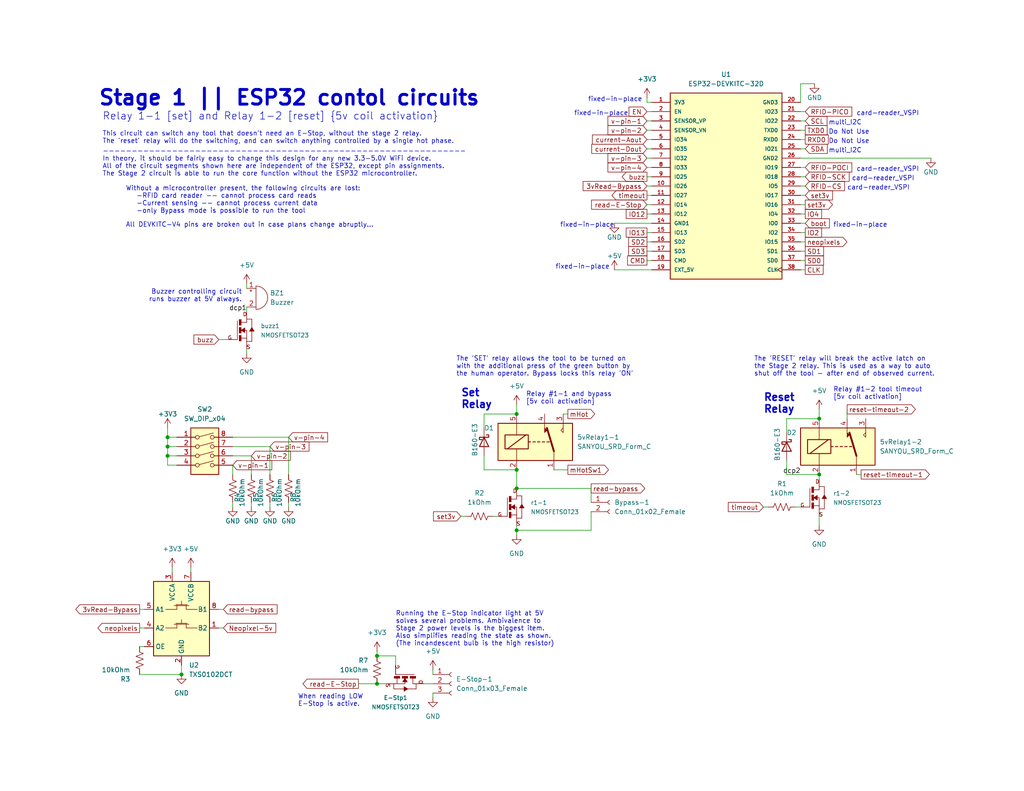
<source format=kicad_sch>
(kicad_sch (version 20211123) (generator eeschema)

  (uuid 8dffc2c9-eb71-4c25-b412-3ed4b6eb3afa)

  (paper "USLetter")

  (title_block
    (title "3-5V Microcontroller")
    (date "2022-07")
    (rev "v1")
    (company "MakeHaven - non-profit makerspace & Fab Lab in New Haven, CT, USA")
    (comment 1 "Mainboard is: ESP32-DEVKITC-V4+ [considering: ESP32-WROOM-32UE]")
    (comment 2 "All circuit segments shown can be controlled by a 3.3-5V microcontroller")
    (comment 3 "!!! Bypass will allow the 'core' system to work without the microcontroller")
  )

  (lib_symbols
    (symbol "Connector:Conn_01x02_Female" (pin_names (offset 1.016) hide) (in_bom yes) (on_board yes)
      (property "Reference" "J" (id 0) (at 0 2.54 0)
        (effects (font (size 1.27 1.27)))
      )
      (property "Value" "Conn_01x02_Female" (id 1) (at 0 -5.08 0)
        (effects (font (size 1.27 1.27)))
      )
      (property "Footprint" "" (id 2) (at 0 0 0)
        (effects (font (size 1.27 1.27)) hide)
      )
      (property "Datasheet" "~" (id 3) (at 0 0 0)
        (effects (font (size 1.27 1.27)) hide)
      )
      (property "ki_keywords" "connector" (id 4) (at 0 0 0)
        (effects (font (size 1.27 1.27)) hide)
      )
      (property "ki_description" "Generic connector, single row, 01x02, script generated (kicad-library-utils/schlib/autogen/connector/)" (id 5) (at 0 0 0)
        (effects (font (size 1.27 1.27)) hide)
      )
      (property "ki_fp_filters" "Connector*:*_1x??_*" (id 6) (at 0 0 0)
        (effects (font (size 1.27 1.27)) hide)
      )
      (symbol "Conn_01x02_Female_1_1"
        (arc (start 0 -2.032) (mid -0.508 -2.54) (end 0 -3.048)
          (stroke (width 0.1524) (type default) (color 0 0 0 0))
          (fill (type none))
        )
        (polyline
          (pts
            (xy -1.27 -2.54)
            (xy -0.508 -2.54)
          )
          (stroke (width 0.1524) (type default) (color 0 0 0 0))
          (fill (type none))
        )
        (polyline
          (pts
            (xy -1.27 0)
            (xy -0.508 0)
          )
          (stroke (width 0.1524) (type default) (color 0 0 0 0))
          (fill (type none))
        )
        (arc (start 0 0.508) (mid -0.508 0) (end 0 -0.508)
          (stroke (width 0.1524) (type default) (color 0 0 0 0))
          (fill (type none))
        )
        (pin passive line (at -5.08 0 0) (length 3.81)
          (name "Pin_1" (effects (font (size 1.27 1.27))))
          (number "1" (effects (font (size 1.27 1.27))))
        )
        (pin passive line (at -5.08 -2.54 0) (length 3.81)
          (name "Pin_2" (effects (font (size 1.27 1.27))))
          (number "2" (effects (font (size 1.27 1.27))))
        )
      )
    )
    (symbol "Connector:Conn_01x03_Female" (pin_names (offset 1.016) hide) (in_bom yes) (on_board yes)
      (property "Reference" "J" (id 0) (at 0 5.08 0)
        (effects (font (size 1.27 1.27)))
      )
      (property "Value" "Conn_01x03_Female" (id 1) (at 0 -5.08 0)
        (effects (font (size 1.27 1.27)))
      )
      (property "Footprint" "" (id 2) (at 0 0 0)
        (effects (font (size 1.27 1.27)) hide)
      )
      (property "Datasheet" "~" (id 3) (at 0 0 0)
        (effects (font (size 1.27 1.27)) hide)
      )
      (property "ki_keywords" "connector" (id 4) (at 0 0 0)
        (effects (font (size 1.27 1.27)) hide)
      )
      (property "ki_description" "Generic connector, single row, 01x03, script generated (kicad-library-utils/schlib/autogen/connector/)" (id 5) (at 0 0 0)
        (effects (font (size 1.27 1.27)) hide)
      )
      (property "ki_fp_filters" "Connector*:*_1x??_*" (id 6) (at 0 0 0)
        (effects (font (size 1.27 1.27)) hide)
      )
      (symbol "Conn_01x03_Female_1_1"
        (arc (start 0 -2.032) (mid -0.508 -2.54) (end 0 -3.048)
          (stroke (width 0.1524) (type default) (color 0 0 0 0))
          (fill (type none))
        )
        (polyline
          (pts
            (xy -1.27 -2.54)
            (xy -0.508 -2.54)
          )
          (stroke (width 0.1524) (type default) (color 0 0 0 0))
          (fill (type none))
        )
        (polyline
          (pts
            (xy -1.27 0)
            (xy -0.508 0)
          )
          (stroke (width 0.1524) (type default) (color 0 0 0 0))
          (fill (type none))
        )
        (polyline
          (pts
            (xy -1.27 2.54)
            (xy -0.508 2.54)
          )
          (stroke (width 0.1524) (type default) (color 0 0 0 0))
          (fill (type none))
        )
        (arc (start 0 0.508) (mid -0.508 0) (end 0 -0.508)
          (stroke (width 0.1524) (type default) (color 0 0 0 0))
          (fill (type none))
        )
        (arc (start 0 3.048) (mid -0.508 2.54) (end 0 2.032)
          (stroke (width 0.1524) (type default) (color 0 0 0 0))
          (fill (type none))
        )
        (pin passive line (at -5.08 2.54 0) (length 3.81)
          (name "Pin_1" (effects (font (size 1.27 1.27))))
          (number "1" (effects (font (size 1.27 1.27))))
        )
        (pin passive line (at -5.08 0 0) (length 3.81)
          (name "Pin_2" (effects (font (size 1.27 1.27))))
          (number "2" (effects (font (size 1.27 1.27))))
        )
        (pin passive line (at -5.08 -2.54 0) (length 3.81)
          (name "Pin_3" (effects (font (size 1.27 1.27))))
          (number "3" (effects (font (size 1.27 1.27))))
        )
      )
    )
    (symbol "Device:Buzzer" (pin_names (offset 0.0254) hide) (in_bom yes) (on_board yes)
      (property "Reference" "BZ" (id 0) (at 3.81 1.27 0)
        (effects (font (size 1.27 1.27)) (justify left))
      )
      (property "Value" "Buzzer" (id 1) (at 3.81 -1.27 0)
        (effects (font (size 1.27 1.27)) (justify left))
      )
      (property "Footprint" "" (id 2) (at -0.635 2.54 90)
        (effects (font (size 1.27 1.27)) hide)
      )
      (property "Datasheet" "~" (id 3) (at -0.635 2.54 90)
        (effects (font (size 1.27 1.27)) hide)
      )
      (property "ki_keywords" "quartz resonator ceramic" (id 4) (at 0 0 0)
        (effects (font (size 1.27 1.27)) hide)
      )
      (property "ki_description" "Buzzer, polarized" (id 5) (at 0 0 0)
        (effects (font (size 1.27 1.27)) hide)
      )
      (property "ki_fp_filters" "*Buzzer*" (id 6) (at 0 0 0)
        (effects (font (size 1.27 1.27)) hide)
      )
      (symbol "Buzzer_0_1"
        (arc (start 0 -3.175) (mid 3.175 0) (end 0 3.175)
          (stroke (width 0) (type default) (color 0 0 0 0))
          (fill (type none))
        )
        (polyline
          (pts
            (xy -1.651 1.905)
            (xy -1.143 1.905)
          )
          (stroke (width 0) (type default) (color 0 0 0 0))
          (fill (type none))
        )
        (polyline
          (pts
            (xy -1.397 2.159)
            (xy -1.397 1.651)
          )
          (stroke (width 0) (type default) (color 0 0 0 0))
          (fill (type none))
        )
        (polyline
          (pts
            (xy 0 3.175)
            (xy 0 -3.175)
          )
          (stroke (width 0) (type default) (color 0 0 0 0))
          (fill (type none))
        )
      )
      (symbol "Buzzer_1_1"
        (pin passive line (at -2.54 2.54 0) (length 2.54)
          (name "-" (effects (font (size 1.27 1.27))))
          (number "1" (effects (font (size 1.27 1.27))))
        )
        (pin passive line (at -2.54 -2.54 0) (length 2.54)
          (name "+" (effects (font (size 1.27 1.27))))
          (number "2" (effects (font (size 1.27 1.27))))
        )
      )
    )
    (symbol "Device:R_US" (pin_numbers hide) (pin_names (offset 0)) (in_bom yes) (on_board yes)
      (property "Reference" "R" (id 0) (at 2.54 0 90)
        (effects (font (size 1.27 1.27)))
      )
      (property "Value" "R_US" (id 1) (at -2.54 0 90)
        (effects (font (size 1.27 1.27)))
      )
      (property "Footprint" "" (id 2) (at 1.016 -0.254 90)
        (effects (font (size 1.27 1.27)) hide)
      )
      (property "Datasheet" "~" (id 3) (at 0 0 0)
        (effects (font (size 1.27 1.27)) hide)
      )
      (property "ki_keywords" "R res resistor" (id 4) (at 0 0 0)
        (effects (font (size 1.27 1.27)) hide)
      )
      (property "ki_description" "Resistor, US symbol" (id 5) (at 0 0 0)
        (effects (font (size 1.27 1.27)) hide)
      )
      (property "ki_fp_filters" "R_*" (id 6) (at 0 0 0)
        (effects (font (size 1.27 1.27)) hide)
      )
      (symbol "R_US_0_1"
        (polyline
          (pts
            (xy 0 -2.286)
            (xy 0 -2.54)
          )
          (stroke (width 0) (type default) (color 0 0 0 0))
          (fill (type none))
        )
        (polyline
          (pts
            (xy 0 2.286)
            (xy 0 2.54)
          )
          (stroke (width 0) (type default) (color 0 0 0 0))
          (fill (type none))
        )
        (polyline
          (pts
            (xy 0 -0.762)
            (xy 1.016 -1.143)
            (xy 0 -1.524)
            (xy -1.016 -1.905)
            (xy 0 -2.286)
          )
          (stroke (width 0) (type default) (color 0 0 0 0))
          (fill (type none))
        )
        (polyline
          (pts
            (xy 0 0.762)
            (xy 1.016 0.381)
            (xy 0 0)
            (xy -1.016 -0.381)
            (xy 0 -0.762)
          )
          (stroke (width 0) (type default) (color 0 0 0 0))
          (fill (type none))
        )
        (polyline
          (pts
            (xy 0 2.286)
            (xy 1.016 1.905)
            (xy 0 1.524)
            (xy -1.016 1.143)
            (xy 0 0.762)
          )
          (stroke (width 0) (type default) (color 0 0 0 0))
          (fill (type none))
        )
      )
      (symbol "R_US_1_1"
        (pin passive line (at 0 3.81 270) (length 1.27)
          (name "~" (effects (font (size 1.27 1.27))))
          (number "1" (effects (font (size 1.27 1.27))))
        )
        (pin passive line (at 0 -3.81 90) (length 1.27)
          (name "~" (effects (font (size 1.27 1.27))))
          (number "2" (effects (font (size 1.27 1.27))))
        )
      )
    )
    (symbol "Diode:B160-E3" (pin_numbers hide) (pin_names hide) (in_bom yes) (on_board yes)
      (property "Reference" "D" (id 0) (at 0 2.54 0)
        (effects (font (size 1.27 1.27)))
      )
      (property "Value" "B160-E3" (id 1) (at 0 -2.54 0)
        (effects (font (size 1.27 1.27)))
      )
      (property "Footprint" "Diode_SMD:D_SMA" (id 2) (at 0 -4.445 0)
        (effects (font (size 1.27 1.27)) hide)
      )
      (property "Datasheet" "http://www.vishay.com/docs/88946/b120.pdf" (id 3) (at 0 0 0)
        (effects (font (size 1.27 1.27)) hide)
      )
      (property "ki_keywords" "diode Schottky" (id 4) (at 0 0 0)
        (effects (font (size 1.27 1.27)) hide)
      )
      (property "ki_description" "60V 1A Schottky Barrier Rectifier Diode, SMA(DO-214AC)" (id 5) (at 0 0 0)
        (effects (font (size 1.27 1.27)) hide)
      )
      (property "ki_fp_filters" "D*SMA*" (id 6) (at 0 0 0)
        (effects (font (size 1.27 1.27)) hide)
      )
      (symbol "B160-E3_0_1"
        (polyline
          (pts
            (xy 1.27 0)
            (xy -1.27 0)
          )
          (stroke (width 0) (type default) (color 0 0 0 0))
          (fill (type none))
        )
        (polyline
          (pts
            (xy 1.27 1.27)
            (xy 1.27 -1.27)
            (xy -1.27 0)
            (xy 1.27 1.27)
          )
          (stroke (width 0.254) (type default) (color 0 0 0 0))
          (fill (type none))
        )
        (polyline
          (pts
            (xy -1.905 0.635)
            (xy -1.905 1.27)
            (xy -1.27 1.27)
            (xy -1.27 -1.27)
            (xy -0.635 -1.27)
            (xy -0.635 -0.635)
          )
          (stroke (width 0.254) (type default) (color 0 0 0 0))
          (fill (type none))
        )
      )
      (symbol "B160-E3_1_1"
        (pin passive line (at -3.81 0 0) (length 2.54)
          (name "K" (effects (font (size 1.27 1.27))))
          (number "1" (effects (font (size 1.27 1.27))))
        )
        (pin passive line (at 3.81 0 180) (length 2.54)
          (name "A" (effects (font (size 1.27 1.27))))
          (number "2" (effects (font (size 1.27 1.27))))
        )
      )
    )
    (symbol "Fab-Academy-2019:NMOSFETSOT23" (pin_numbers hide) (pin_names (offset 1.016) hide) (in_bom yes) (on_board yes)
      (property "Reference" "T" (id 0) (at 2.54 2.54 0)
        (effects (font (size 1.143 1.143)) (justify left bottom))
      )
      (property "Value" "NMOSFETSOT23" (id 1) (at 2.54 0 0)
        (effects (font (size 1.143 1.143)) (justify left bottom))
      )
      (property "Footprint" "fab-SOT-23" (id 2) (at 0.762 3.81 0)
        (effects (font (size 0.508 0.508)) hide)
      )
      (property "Datasheet" "" (id 3) (at 0 0 0)
        (effects (font (size 1.27 1.27)) hide)
      )
      (property "ki_locked" "" (id 4) (at 0 0 0)
        (effects (font (size 1.27 1.27)))
      )
      (property "ki_fp_filters" "*SOT-23*" (id 5) (at 0 0 0)
        (effects (font (size 1.27 1.27)) hide)
      )
      (symbol "NMOSFETSOT23_1_0"
        (polyline
          (pts
            (xy -2.54 -2.54)
            (xy -2.54 2.54)
          )
          (stroke (width 0) (type default) (color 0 0 0 0))
          (fill (type none))
        )
        (polyline
          (pts
            (xy -1.524 -2.159)
            (xy 0 -2.159)
          )
          (stroke (width 0) (type default) (color 0 0 0 0))
          (fill (type none))
        )
        (polyline
          (pts
            (xy -1.524 2.159)
            (xy 0 2.159)
          )
          (stroke (width 0) (type default) (color 0 0 0 0))
          (fill (type none))
        )
        (polyline
          (pts
            (xy -0.508 0)
            (xy 0 0)
          )
          (stroke (width 0) (type default) (color 0 0 0 0))
          (fill (type none))
        )
        (polyline
          (pts
            (xy 0 -2.159)
            (xy 0 -2.54)
          )
          (stroke (width 0) (type default) (color 0 0 0 0))
          (fill (type none))
        )
        (polyline
          (pts
            (xy 0 0)
            (xy 0 -2.159)
          )
          (stroke (width 0) (type default) (color 0 0 0 0))
          (fill (type none))
        )
        (polyline
          (pts
            (xy 0 2.159)
            (xy 0 2.54)
          )
          (stroke (width 0) (type default) (color 0 0 0 0))
          (fill (type none))
        )
        (polyline
          (pts
            (xy 0 3.048)
            (xy 1.397 3.048)
          )
          (stroke (width 0) (type default) (color 0 0 0 0))
          (fill (type none))
        )
        (polyline
          (pts
            (xy 1.397 -3.048)
            (xy 0 -3.048)
          )
          (stroke (width 0) (type default) (color 0 0 0 0))
          (fill (type none))
        )
        (polyline
          (pts
            (xy 1.397 -0.254)
            (xy 1.397 -3.048)
          )
          (stroke (width 0) (type default) (color 0 0 0 0))
          (fill (type none))
        )
        (polyline
          (pts
            (xy 1.397 3.048)
            (xy 1.397 0.762)
          )
          (stroke (width 0) (type default) (color 0 0 0 0))
          (fill (type none))
        )
        (text "D" (at -0.4826 4.3942 0)
          (effects (font (size 1.016 1.016)))
        )
        (text "G" (at -4.5974 -2.032 0)
          (effects (font (size 1.016 1.016)))
        )
        (text "S" (at 0.4826 -4.572 0)
          (effects (font (size 1.016 1.016)))
        )
      )
      (symbol "NMOSFETSOT23_1_1"
        (rectangle (start -2.032 -2.921) (end -1.524 -1.397)
          (stroke (width 0) (type default) (color 0 0 0 0))
          (fill (type outline))
        )
        (rectangle (start -2.032 -0.762) (end -1.524 0.762)
          (stroke (width 0) (type default) (color 0 0 0 0))
          (fill (type outline))
        )
        (rectangle (start -2.032 1.397) (end -1.524 2.921)
          (stroke (width 0) (type default) (color 0 0 0 0))
          (fill (type outline))
        )
        (polyline
          (pts
            (xy -1.524 0)
            (xy -0.508 0.635)
            (xy -0.508 0.635)
            (xy -0.508 -0.635)
            (xy -0.508 -0.635)
            (xy -1.524 0)
          )
          (stroke (width 0) (type default) (color 0 0 0 0))
          (fill (type outline))
        )
        (polyline
          (pts
            (xy 1.397 0.762)
            (xy 2.032 -0.254)
            (xy 2.032 -0.254)
            (xy 0.762 -0.254)
            (xy 0.762 -0.254)
            (xy 1.397 0.762)
          )
          (stroke (width 0) (type default) (color 0 0 0 0))
          (fill (type outline))
        )
        (pin passive line (at 0 5.08 270) (length 2.54)
          (name "D" (effects (font (size 1.016 1.016))))
          (number "1" (effects (font (size 1.016 1.016))))
        )
        (pin passive line (at 0 -5.08 90) (length 2.54)
          (name "S" (effects (font (size 1.016 1.016))))
          (number "2" (effects (font (size 1.016 1.016))))
        )
        (pin passive line (at -5.08 -2.54 0) (length 2.54)
          (name "G" (effects (font (size 1.016 1.016))))
          (number "3" (effects (font (size 1.016 1.016))))
        )
      )
    )
    (symbol "Logic_LevelTranslator:TXS0102DCT" (in_bom yes) (on_board yes)
      (property "Reference" "U" (id 0) (at -6.35 11.43 0)
        (effects (font (size 1.27 1.27)))
      )
      (property "Value" "TXS0102DCT" (id 1) (at 3.81 11.43 0)
        (effects (font (size 1.27 1.27)) (justify left))
      )
      (property "Footprint" "Package_SO:SSOP-8_2.95x2.8mm_P0.65mm" (id 2) (at 0 -13.97 0)
        (effects (font (size 1.27 1.27)) hide)
      )
      (property "Datasheet" "http://www.ti.com/lit/gpn/txs0102" (id 3) (at 0 -0.508 0)
        (effects (font (size 1.27 1.27)) hide)
      )
      (property "ki_keywords" "Level-Shifter CMOS-TTL-Translation" (id 4) (at 0 0 0)
        (effects (font (size 1.27 1.27)) hide)
      )
      (property "ki_description" "2-Bit Bidirectional Voltage-Level Shifter for Open-Drain and Push-Pull Application, SSOP-8" (id 5) (at 0 0 0)
        (effects (font (size 1.27 1.27)) hide)
      )
      (property "ki_fp_filters" "SSOP*2.95x2.8mm*P0.65mm*" (id 6) (at 0 0 0)
        (effects (font (size 1.27 1.27)) hide)
      )
      (symbol "TXS0102DCT_0_1"
        (rectangle (start -7.62 10.16) (end 7.62 -10.16)
          (stroke (width 0.254) (type default) (color 0 0 0 0))
          (fill (type background))
        )
        (polyline
          (pts
            (xy -4.318 -2.54)
            (xy -1.27 -2.54)
          )
          (stroke (width 0) (type default) (color 0 0 0 0))
          (fill (type none))
        )
        (polyline
          (pts
            (xy -2.032 -1.524)
            (xy 2.032 -1.524)
          )
          (stroke (width 0) (type default) (color 0 0 0 0))
          (fill (type none))
        )
        (polyline
          (pts
            (xy -1.524 -1.27)
            (xy 1.524 -1.27)
          )
          (stroke (width 0) (type default) (color 0 0 0 0))
          (fill (type none))
        )
        (polyline
          (pts
            (xy -1.27 -2.54)
            (xy -1.27 -1.524)
          )
          (stroke (width 0) (type default) (color 0 0 0 0))
          (fill (type none))
        )
        (polyline
          (pts
            (xy 0 -1.27)
            (xy 0 -0.254)
          )
          (stroke (width 0) (type default) (color 0 0 0 0))
          (fill (type none))
        )
        (polyline
          (pts
            (xy 1.27 -2.54)
            (xy 1.27 -1.524)
          )
          (stroke (width 0) (type default) (color 0 0 0 0))
          (fill (type none))
        )
        (polyline
          (pts
            (xy 4.318 -2.54)
            (xy 1.27 -2.54)
          )
          (stroke (width 0) (type default) (color 0 0 0 0))
          (fill (type none))
        )
      )
      (symbol "TXS0102DCT_1_1"
        (polyline
          (pts
            (xy -4.318 2.54)
            (xy -1.27 2.54)
          )
          (stroke (width 0) (type default) (color 0 0 0 0))
          (fill (type none))
        )
        (polyline
          (pts
            (xy -2.032 3.556)
            (xy 2.032 3.556)
          )
          (stroke (width 0) (type default) (color 0 0 0 0))
          (fill (type none))
        )
        (polyline
          (pts
            (xy -1.524 3.81)
            (xy 1.524 3.81)
          )
          (stroke (width 0) (type default) (color 0 0 0 0))
          (fill (type none))
        )
        (polyline
          (pts
            (xy -1.27 2.54)
            (xy -1.27 3.556)
          )
          (stroke (width 0) (type default) (color 0 0 0 0))
          (fill (type none))
        )
        (polyline
          (pts
            (xy 0 3.81)
            (xy 0 4.826)
          )
          (stroke (width 0) (type default) (color 0 0 0 0))
          (fill (type none))
        )
        (polyline
          (pts
            (xy 1.27 2.54)
            (xy 1.27 3.556)
          )
          (stroke (width 0) (type default) (color 0 0 0 0))
          (fill (type none))
        )
        (polyline
          (pts
            (xy 4.318 2.54)
            (xy 1.27 2.54)
          )
          (stroke (width 0) (type default) (color 0 0 0 0))
          (fill (type none))
        )
        (pin bidirectional line (at 10.16 -2.54 180) (length 2.54)
          (name "B2" (effects (font (size 1.27 1.27))))
          (number "1" (effects (font (size 1.27 1.27))))
        )
        (pin power_in line (at 0 -12.7 90) (length 2.54)
          (name "GND" (effects (font (size 1.27 1.27))))
          (number "2" (effects (font (size 1.27 1.27))))
        )
        (pin power_in line (at -2.54 12.7 270) (length 2.54)
          (name "VCCA" (effects (font (size 1.27 1.27))))
          (number "3" (effects (font (size 1.27 1.27))))
        )
        (pin bidirectional line (at -10.16 -2.54 0) (length 2.54)
          (name "A2" (effects (font (size 1.27 1.27))))
          (number "4" (effects (font (size 1.27 1.27))))
        )
        (pin bidirectional line (at -10.16 2.54 0) (length 2.54)
          (name "A1" (effects (font (size 1.27 1.27))))
          (number "5" (effects (font (size 1.27 1.27))))
        )
        (pin input line (at -10.16 -7.62 0) (length 2.54)
          (name "OE" (effects (font (size 1.27 1.27))))
          (number "6" (effects (font (size 1.27 1.27))))
        )
        (pin power_in line (at 2.54 12.7 270) (length 2.54)
          (name "VCCB" (effects (font (size 1.27 1.27))))
          (number "7" (effects (font (size 1.27 1.27))))
        )
        (pin bidirectional line (at 10.16 2.54 180) (length 2.54)
          (name "B1" (effects (font (size 1.27 1.27))))
          (number "8" (effects (font (size 1.27 1.27))))
        )
      )
    )
    (symbol "Relay:SANYOU_SRD_Form_C" (in_bom yes) (on_board yes)
      (property "Reference" "K" (id 0) (at 11.43 3.81 0)
        (effects (font (size 1.27 1.27)) (justify left))
      )
      (property "Value" "SANYOU_SRD_Form_C" (id 1) (at 11.43 1.27 0)
        (effects (font (size 1.27 1.27)) (justify left))
      )
      (property "Footprint" "Relay_THT:Relay_SPDT_SANYOU_SRD_Series_Form_C" (id 2) (at 11.43 -1.27 0)
        (effects (font (size 1.27 1.27)) (justify left) hide)
      )
      (property "Datasheet" "http://www.sanyourelay.ca/public/products/pdf/SRD.pdf" (id 3) (at 0 0 0)
        (effects (font (size 1.27 1.27)) hide)
      )
      (property "ki_keywords" "Single Pole Relay SPDT" (id 4) (at 0 0 0)
        (effects (font (size 1.27 1.27)) hide)
      )
      (property "ki_description" "Sanyo SRD relay, Single Pole Miniature Power Relay," (id 5) (at 0 0 0)
        (effects (font (size 1.27 1.27)) hide)
      )
      (property "ki_fp_filters" "Relay*SPDT*SANYOU*SRD*Series*Form*C*" (id 6) (at 0 0 0)
        (effects (font (size 1.27 1.27)) hide)
      )
      (symbol "SANYOU_SRD_Form_C_0_0"
        (polyline
          (pts
            (xy 7.62 5.08)
            (xy 7.62 2.54)
            (xy 6.985 3.175)
            (xy 7.62 3.81)
          )
          (stroke (width 0) (type default) (color 0 0 0 0))
          (fill (type none))
        )
      )
      (symbol "SANYOU_SRD_Form_C_0_1"
        (rectangle (start -10.16 5.08) (end 10.16 -5.08)
          (stroke (width 0.254) (type default) (color 0 0 0 0))
          (fill (type background))
        )
        (rectangle (start -8.255 1.905) (end -1.905 -1.905)
          (stroke (width 0.254) (type default) (color 0 0 0 0))
          (fill (type none))
        )
        (polyline
          (pts
            (xy -7.62 -1.905)
            (xy -2.54 1.905)
          )
          (stroke (width 0.254) (type default) (color 0 0 0 0))
          (fill (type none))
        )
        (polyline
          (pts
            (xy -5.08 -5.08)
            (xy -5.08 -1.905)
          )
          (stroke (width 0) (type default) (color 0 0 0 0))
          (fill (type none))
        )
        (polyline
          (pts
            (xy -5.08 5.08)
            (xy -5.08 1.905)
          )
          (stroke (width 0) (type default) (color 0 0 0 0))
          (fill (type none))
        )
        (polyline
          (pts
            (xy -1.905 0)
            (xy -1.27 0)
          )
          (stroke (width 0.254) (type default) (color 0 0 0 0))
          (fill (type none))
        )
        (polyline
          (pts
            (xy -0.635 0)
            (xy 0 0)
          )
          (stroke (width 0.254) (type default) (color 0 0 0 0))
          (fill (type none))
        )
        (polyline
          (pts
            (xy 0.635 0)
            (xy 1.27 0)
          )
          (stroke (width 0.254) (type default) (color 0 0 0 0))
          (fill (type none))
        )
        (polyline
          (pts
            (xy 1.905 0)
            (xy 2.54 0)
          )
          (stroke (width 0.254) (type default) (color 0 0 0 0))
          (fill (type none))
        )
        (polyline
          (pts
            (xy 3.175 0)
            (xy 3.81 0)
          )
          (stroke (width 0.254) (type default) (color 0 0 0 0))
          (fill (type none))
        )
        (polyline
          (pts
            (xy 5.08 -2.54)
            (xy 3.175 3.81)
          )
          (stroke (width 0.508) (type default) (color 0 0 0 0))
          (fill (type none))
        )
        (polyline
          (pts
            (xy 5.08 -2.54)
            (xy 5.08 -5.08)
          )
          (stroke (width 0) (type default) (color 0 0 0 0))
          (fill (type none))
        )
      )
      (symbol "SANYOU_SRD_Form_C_1_1"
        (polyline
          (pts
            (xy 2.54 3.81)
            (xy 3.175 3.175)
            (xy 2.54 2.54)
            (xy 2.54 5.08)
          )
          (stroke (width 0) (type default) (color 0 0 0 0))
          (fill (type outline))
        )
        (pin passive line (at 5.08 -7.62 90) (length 2.54)
          (name "~" (effects (font (size 1.27 1.27))))
          (number "1" (effects (font (size 1.27 1.27))))
        )
        (pin passive line (at -5.08 -7.62 90) (length 2.54)
          (name "~" (effects (font (size 1.27 1.27))))
          (number "2" (effects (font (size 1.27 1.27))))
        )
        (pin passive line (at 7.62 7.62 270) (length 2.54)
          (name "~" (effects (font (size 1.27 1.27))))
          (number "3" (effects (font (size 1.27 1.27))))
        )
        (pin passive line (at 2.54 7.62 270) (length 2.54)
          (name "~" (effects (font (size 1.27 1.27))))
          (number "4" (effects (font (size 1.27 1.27))))
        )
        (pin passive line (at -5.08 7.62 270) (length 2.54)
          (name "~" (effects (font (size 1.27 1.27))))
          (number "5" (effects (font (size 1.27 1.27))))
        )
      )
    )
    (symbol "Switch:SW_DIP_x04" (pin_names (offset 0) hide) (in_bom yes) (on_board yes)
      (property "Reference" "SW" (id 0) (at 0 8.89 0)
        (effects (font (size 1.27 1.27)))
      )
      (property "Value" "SW_DIP_x04" (id 1) (at 0 -6.35 0)
        (effects (font (size 1.27 1.27)))
      )
      (property "Footprint" "" (id 2) (at 0 0 0)
        (effects (font (size 1.27 1.27)) hide)
      )
      (property "Datasheet" "~" (id 3) (at 0 0 0)
        (effects (font (size 1.27 1.27)) hide)
      )
      (property "ki_keywords" "dip switch" (id 4) (at 0 0 0)
        (effects (font (size 1.27 1.27)) hide)
      )
      (property "ki_description" "4x DIP Switch, Single Pole Single Throw (SPST) switch, small symbol" (id 5) (at 0 0 0)
        (effects (font (size 1.27 1.27)) hide)
      )
      (property "ki_fp_filters" "SW?DIP?x4*" (id 6) (at 0 0 0)
        (effects (font (size 1.27 1.27)) hide)
      )
      (symbol "SW_DIP_x04_0_0"
        (circle (center -2.032 -2.54) (radius 0.508)
          (stroke (width 0) (type default) (color 0 0 0 0))
          (fill (type none))
        )
        (circle (center -2.032 0) (radius 0.508)
          (stroke (width 0) (type default) (color 0 0 0 0))
          (fill (type none))
        )
        (circle (center -2.032 2.54) (radius 0.508)
          (stroke (width 0) (type default) (color 0 0 0 0))
          (fill (type none))
        )
        (circle (center -2.032 5.08) (radius 0.508)
          (stroke (width 0) (type default) (color 0 0 0 0))
          (fill (type none))
        )
        (polyline
          (pts
            (xy -1.524 -2.3876)
            (xy 2.3622 -1.3462)
          )
          (stroke (width 0) (type default) (color 0 0 0 0))
          (fill (type none))
        )
        (polyline
          (pts
            (xy -1.524 0.127)
            (xy 2.3622 1.1684)
          )
          (stroke (width 0) (type default) (color 0 0 0 0))
          (fill (type none))
        )
        (polyline
          (pts
            (xy -1.524 2.667)
            (xy 2.3622 3.7084)
          )
          (stroke (width 0) (type default) (color 0 0 0 0))
          (fill (type none))
        )
        (polyline
          (pts
            (xy -1.524 5.207)
            (xy 2.3622 6.2484)
          )
          (stroke (width 0) (type default) (color 0 0 0 0))
          (fill (type none))
        )
        (circle (center 2.032 -2.54) (radius 0.508)
          (stroke (width 0) (type default) (color 0 0 0 0))
          (fill (type none))
        )
        (circle (center 2.032 0) (radius 0.508)
          (stroke (width 0) (type default) (color 0 0 0 0))
          (fill (type none))
        )
        (circle (center 2.032 2.54) (radius 0.508)
          (stroke (width 0) (type default) (color 0 0 0 0))
          (fill (type none))
        )
        (circle (center 2.032 5.08) (radius 0.508)
          (stroke (width 0) (type default) (color 0 0 0 0))
          (fill (type none))
        )
      )
      (symbol "SW_DIP_x04_0_1"
        (rectangle (start -3.81 7.62) (end 3.81 -5.08)
          (stroke (width 0.254) (type default) (color 0 0 0 0))
          (fill (type background))
        )
      )
      (symbol "SW_DIP_x04_1_1"
        (pin passive line (at -7.62 5.08 0) (length 5.08)
          (name "~" (effects (font (size 1.27 1.27))))
          (number "1" (effects (font (size 1.27 1.27))))
        )
        (pin passive line (at -7.62 2.54 0) (length 5.08)
          (name "~" (effects (font (size 1.27 1.27))))
          (number "2" (effects (font (size 1.27 1.27))))
        )
        (pin passive line (at -7.62 0 0) (length 5.08)
          (name "~" (effects (font (size 1.27 1.27))))
          (number "3" (effects (font (size 1.27 1.27))))
        )
        (pin passive line (at -7.62 -2.54 0) (length 5.08)
          (name "~" (effects (font (size 1.27 1.27))))
          (number "4" (effects (font (size 1.27 1.27))))
        )
        (pin passive line (at 7.62 -2.54 180) (length 5.08)
          (name "~" (effects (font (size 1.27 1.27))))
          (number "5" (effects (font (size 1.27 1.27))))
        )
        (pin passive line (at 7.62 0 180) (length 5.08)
          (name "~" (effects (font (size 1.27 1.27))))
          (number "6" (effects (font (size 1.27 1.27))))
        )
        (pin passive line (at 7.62 2.54 180) (length 5.08)
          (name "~" (effects (font (size 1.27 1.27))))
          (number "7" (effects (font (size 1.27 1.27))))
        )
        (pin passive line (at 7.62 5.08 180) (length 5.08)
          (name "~" (effects (font (size 1.27 1.27))))
          (number "8" (effects (font (size 1.27 1.27))))
        )
      )
    )
    (symbol "esp32-devkitc-v4:ESP32-DEVKITC-32D" (pin_names (offset 1.016)) (in_bom yes) (on_board yes)
      (property "Reference" "U" (id 0) (at -15.2654 26.0604 0)
        (effects (font (size 1.27 1.27)) (justify left bottom))
      )
      (property "Value" "ESP32-DEVKITC-32D" (id 1) (at -15.2654 -27.9654 0)
        (effects (font (size 1.27 1.27)) (justify left bottom))
      )
      (property "Footprint" "MODULE_ESP32-DEVKITC-32D" (id 2) (at 0 0 0)
        (effects (font (size 1.27 1.27)) (justify left bottom) hide)
      )
      (property "Datasheet" "" (id 3) (at 0 0 0)
        (effects (font (size 1.27 1.27)) (justify left bottom) hide)
      )
      (property "PARTREV" "4" (id 4) (at 0 0 0)
        (effects (font (size 1.27 1.27)) (justify left bottom) hide)
      )
      (property "MANUFACTURER" "Espressif Systems" (id 5) (at 0 0 0)
        (effects (font (size 1.27 1.27)) (justify left bottom) hide)
      )
      (property "ki_locked" "" (id 6) (at 0 0 0)
        (effects (font (size 1.27 1.27)))
      )
      (symbol "ESP32-DEVKITC-32D_0_0"
        (rectangle (start -15.24 -25.4) (end 15.24 25.4)
          (stroke (width 0.254) (type default) (color 0 0 0 0))
          (fill (type background))
        )
        (pin power_in line (at -20.32 22.86 0) (length 5.08)
          (name "3V3" (effects (font (size 1.016 1.016))))
          (number "1" (effects (font (size 1.016 1.016))))
        )
        (pin bidirectional line (at -20.32 0 0) (length 5.08)
          (name "IO26" (effects (font (size 1.016 1.016))))
          (number "10" (effects (font (size 1.016 1.016))))
        )
        (pin bidirectional line (at -20.32 -2.54 0) (length 5.08)
          (name "IO27" (effects (font (size 1.016 1.016))))
          (number "11" (effects (font (size 1.016 1.016))))
        )
        (pin bidirectional line (at -20.32 -5.08 0) (length 5.08)
          (name "IO14" (effects (font (size 1.016 1.016))))
          (number "12" (effects (font (size 1.016 1.016))))
        )
        (pin bidirectional line (at -20.32 -7.62 0) (length 5.08)
          (name "IO12" (effects (font (size 1.016 1.016))))
          (number "13" (effects (font (size 1.016 1.016))))
        )
        (pin power_in line (at -20.32 -10.16 0) (length 5.08)
          (name "GND1" (effects (font (size 1.016 1.016))))
          (number "14" (effects (font (size 1.016 1.016))))
        )
        (pin bidirectional line (at -20.32 -12.7 0) (length 5.08)
          (name "IO13" (effects (font (size 1.016 1.016))))
          (number "15" (effects (font (size 1.016 1.016))))
        )
        (pin bidirectional line (at -20.32 -15.24 0) (length 5.08)
          (name "SD2" (effects (font (size 1.016 1.016))))
          (number "16" (effects (font (size 1.016 1.016))))
        )
        (pin bidirectional line (at -20.32 -17.78 0) (length 5.08)
          (name "SD3" (effects (font (size 1.016 1.016))))
          (number "17" (effects (font (size 1.016 1.016))))
        )
        (pin bidirectional line (at -20.32 -20.32 0) (length 5.08)
          (name "CMD" (effects (font (size 1.016 1.016))))
          (number "18" (effects (font (size 1.016 1.016))))
        )
        (pin power_in line (at -20.32 -22.86 0) (length 5.08)
          (name "EXT_5V" (effects (font (size 1.016 1.016))))
          (number "19" (effects (font (size 1.016 1.016))))
        )
        (pin input line (at -20.32 20.32 0) (length 5.08)
          (name "EN" (effects (font (size 1.016 1.016))))
          (number "2" (effects (font (size 1.016 1.016))))
        )
        (pin power_in line (at 20.32 22.86 180) (length 5.08)
          (name "GND3" (effects (font (size 1.016 1.016))))
          (number "20" (effects (font (size 1.016 1.016))))
        )
        (pin bidirectional line (at 20.32 20.32 180) (length 5.08)
          (name "IO23" (effects (font (size 1.016 1.016))))
          (number "21" (effects (font (size 1.016 1.016))))
        )
        (pin bidirectional line (at 20.32 17.78 180) (length 5.08)
          (name "IO22" (effects (font (size 1.016 1.016))))
          (number "22" (effects (font (size 1.016 1.016))))
        )
        (pin output line (at 20.32 15.24 180) (length 5.08)
          (name "TXD0" (effects (font (size 1.016 1.016))))
          (number "23" (effects (font (size 1.016 1.016))))
        )
        (pin input line (at 20.32 12.7 180) (length 5.08)
          (name "RXD0" (effects (font (size 1.016 1.016))))
          (number "24" (effects (font (size 1.016 1.016))))
        )
        (pin bidirectional line (at 20.32 10.16 180) (length 5.08)
          (name "IO21" (effects (font (size 1.016 1.016))))
          (number "25" (effects (font (size 1.016 1.016))))
        )
        (pin power_in line (at 20.32 7.62 180) (length 5.08)
          (name "GND2" (effects (font (size 1.016 1.016))))
          (number "26" (effects (font (size 1.016 1.016))))
        )
        (pin bidirectional line (at 20.32 5.08 180) (length 5.08)
          (name "IO19" (effects (font (size 1.016 1.016))))
          (number "27" (effects (font (size 1.016 1.016))))
        )
        (pin bidirectional line (at 20.32 2.54 180) (length 5.08)
          (name "IO18" (effects (font (size 1.016 1.016))))
          (number "28" (effects (font (size 1.016 1.016))))
        )
        (pin bidirectional line (at 20.32 0 180) (length 5.08)
          (name "IO5" (effects (font (size 1.016 1.016))))
          (number "29" (effects (font (size 1.016 1.016))))
        )
        (pin input line (at -20.32 17.78 0) (length 5.08)
          (name "SENSOR_VP" (effects (font (size 1.016 1.016))))
          (number "3" (effects (font (size 1.016 1.016))))
        )
        (pin bidirectional line (at 20.32 -2.54 180) (length 5.08)
          (name "IO17" (effects (font (size 1.016 1.016))))
          (number "30" (effects (font (size 1.016 1.016))))
        )
        (pin bidirectional line (at 20.32 -5.08 180) (length 5.08)
          (name "IO16" (effects (font (size 1.016 1.016))))
          (number "31" (effects (font (size 1.016 1.016))))
        )
        (pin bidirectional line (at 20.32 -7.62 180) (length 5.08)
          (name "IO4" (effects (font (size 1.016 1.016))))
          (number "32" (effects (font (size 1.016 1.016))))
        )
        (pin bidirectional line (at 20.32 -10.16 180) (length 5.08)
          (name "IO0" (effects (font (size 1.016 1.016))))
          (number "33" (effects (font (size 1.016 1.016))))
        )
        (pin bidirectional line (at 20.32 -12.7 180) (length 5.08)
          (name "IO2" (effects (font (size 1.016 1.016))))
          (number "34" (effects (font (size 1.016 1.016))))
        )
        (pin bidirectional line (at 20.32 -15.24 180) (length 5.08)
          (name "IO15" (effects (font (size 1.016 1.016))))
          (number "35" (effects (font (size 1.016 1.016))))
        )
        (pin bidirectional line (at 20.32 -17.78 180) (length 5.08)
          (name "SD1" (effects (font (size 1.016 1.016))))
          (number "36" (effects (font (size 1.016 1.016))))
        )
        (pin bidirectional line (at 20.32 -20.32 180) (length 5.08)
          (name "SD0" (effects (font (size 1.016 1.016))))
          (number "37" (effects (font (size 1.016 1.016))))
        )
        (pin input clock (at 20.32 -22.86 180) (length 5.08)
          (name "CLK" (effects (font (size 1.016 1.016))))
          (number "38" (effects (font (size 1.016 1.016))))
        )
        (pin input line (at -20.32 15.24 0) (length 5.08)
          (name "SENSOR_VN" (effects (font (size 1.016 1.016))))
          (number "4" (effects (font (size 1.016 1.016))))
        )
        (pin bidirectional line (at -20.32 12.7 0) (length 5.08)
          (name "IO34" (effects (font (size 1.016 1.016))))
          (number "5" (effects (font (size 1.016 1.016))))
        )
        (pin bidirectional line (at -20.32 10.16 0) (length 5.08)
          (name "IO35" (effects (font (size 1.016 1.016))))
          (number "6" (effects (font (size 1.016 1.016))))
        )
        (pin bidirectional line (at -20.32 7.62 0) (length 5.08)
          (name "IO32" (effects (font (size 1.016 1.016))))
          (number "7" (effects (font (size 1.016 1.016))))
        )
        (pin bidirectional line (at -20.32 5.08 0) (length 5.08)
          (name "IO33" (effects (font (size 1.016 1.016))))
          (number "8" (effects (font (size 1.016 1.016))))
        )
        (pin bidirectional line (at -20.32 2.54 0) (length 5.08)
          (name "IO25" (effects (font (size 1.016 1.016))))
          (number "9" (effects (font (size 1.016 1.016))))
        )
      )
    )
    (symbol "power:+3.3V" (power) (pin_names (offset 0)) (in_bom yes) (on_board yes)
      (property "Reference" "#PWR" (id 0) (at 0 -3.81 0)
        (effects (font (size 1.27 1.27)) hide)
      )
      (property "Value" "+3.3V" (id 1) (at 0 3.556 0)
        (effects (font (size 1.27 1.27)))
      )
      (property "Footprint" "" (id 2) (at 0 0 0)
        (effects (font (size 1.27 1.27)) hide)
      )
      (property "Datasheet" "" (id 3) (at 0 0 0)
        (effects (font (size 1.27 1.27)) hide)
      )
      (property "ki_keywords" "power-flag" (id 4) (at 0 0 0)
        (effects (font (size 1.27 1.27)) hide)
      )
      (property "ki_description" "Power symbol creates a global label with name \"+3.3V\"" (id 5) (at 0 0 0)
        (effects (font (size 1.27 1.27)) hide)
      )
      (symbol "+3.3V_0_1"
        (polyline
          (pts
            (xy -0.762 1.27)
            (xy 0 2.54)
          )
          (stroke (width 0) (type default) (color 0 0 0 0))
          (fill (type none))
        )
        (polyline
          (pts
            (xy 0 0)
            (xy 0 2.54)
          )
          (stroke (width 0) (type default) (color 0 0 0 0))
          (fill (type none))
        )
        (polyline
          (pts
            (xy 0 2.54)
            (xy 0.762 1.27)
          )
          (stroke (width 0) (type default) (color 0 0 0 0))
          (fill (type none))
        )
      )
      (symbol "+3.3V_1_1"
        (pin power_in line (at 0 0 90) (length 0) hide
          (name "+3V3" (effects (font (size 1.27 1.27))))
          (number "1" (effects (font (size 1.27 1.27))))
        )
      )
    )
    (symbol "power:+5V" (power) (pin_names (offset 0)) (in_bom yes) (on_board yes)
      (property "Reference" "#PWR" (id 0) (at 0 -3.81 0)
        (effects (font (size 1.27 1.27)) hide)
      )
      (property "Value" "+5V" (id 1) (at 0 3.556 0)
        (effects (font (size 1.27 1.27)))
      )
      (property "Footprint" "" (id 2) (at 0 0 0)
        (effects (font (size 1.27 1.27)) hide)
      )
      (property "Datasheet" "" (id 3) (at 0 0 0)
        (effects (font (size 1.27 1.27)) hide)
      )
      (property "ki_keywords" "power-flag" (id 4) (at 0 0 0)
        (effects (font (size 1.27 1.27)) hide)
      )
      (property "ki_description" "Power symbol creates a global label with name \"+5V\"" (id 5) (at 0 0 0)
        (effects (font (size 1.27 1.27)) hide)
      )
      (symbol "+5V_0_1"
        (polyline
          (pts
            (xy -0.762 1.27)
            (xy 0 2.54)
          )
          (stroke (width 0) (type default) (color 0 0 0 0))
          (fill (type none))
        )
        (polyline
          (pts
            (xy 0 0)
            (xy 0 2.54)
          )
          (stroke (width 0) (type default) (color 0 0 0 0))
          (fill (type none))
        )
        (polyline
          (pts
            (xy 0 2.54)
            (xy 0.762 1.27)
          )
          (stroke (width 0) (type default) (color 0 0 0 0))
          (fill (type none))
        )
      )
      (symbol "+5V_1_1"
        (pin power_in line (at 0 0 90) (length 0) hide
          (name "+5V" (effects (font (size 1.27 1.27))))
          (number "1" (effects (font (size 1.27 1.27))))
        )
      )
    )
    (symbol "power:GND" (power) (pin_names (offset 0)) (in_bom yes) (on_board yes)
      (property "Reference" "#PWR" (id 0) (at 0 -6.35 0)
        (effects (font (size 1.27 1.27)) hide)
      )
      (property "Value" "GND" (id 1) (at 0 -3.81 0)
        (effects (font (size 1.27 1.27)))
      )
      (property "Footprint" "" (id 2) (at 0 0 0)
        (effects (font (size 1.27 1.27)) hide)
      )
      (property "Datasheet" "" (id 3) (at 0 0 0)
        (effects (font (size 1.27 1.27)) hide)
      )
      (property "ki_keywords" "power-flag" (id 4) (at 0 0 0)
        (effects (font (size 1.27 1.27)) hide)
      )
      (property "ki_description" "Power symbol creates a global label with name \"GND\" , ground" (id 5) (at 0 0 0)
        (effects (font (size 1.27 1.27)) hide)
      )
      (symbol "GND_0_1"
        (polyline
          (pts
            (xy 0 0)
            (xy 0 -1.27)
            (xy 1.27 -1.27)
            (xy 0 -2.54)
            (xy -1.27 -1.27)
            (xy 0 -1.27)
          )
          (stroke (width 0) (type default) (color 0 0 0 0))
          (fill (type none))
        )
      )
      (symbol "GND_1_1"
        (pin power_in line (at 0 0 270) (length 0) hide
          (name "GND" (effects (font (size 1.27 1.27))))
          (number "1" (effects (font (size 1.27 1.27))))
        )
      )
    )
  )

  (junction (at 45.72 124.46) (diameter 0) (color 0 0 0 0)
    (uuid 01f4e06c-94cf-406c-bb36-cbe5ec9fbce3)
  )
  (junction (at 45.72 119.38) (diameter 0) (color 0 0 0 0)
    (uuid 0582858c-a70e-41c6-bf20-1b9def43cab5)
  )
  (junction (at 45.72 121.92) (diameter 0) (color 0 0 0 0)
    (uuid 2c121edc-a331-4a5e-8a80-5bdf57da9801)
  )
  (junction (at 49.53 184.15) (diameter 0) (color 0 0 0 0)
    (uuid 3b295560-5dd2-4d18-b173-2c6296c6254b)
  )
  (junction (at 140.97 133.35) (diameter 0) (color 0 0 0 0)
    (uuid 642391e7-50db-4e25-87e3-ec6dd858e6e8)
  )
  (junction (at 140.97 128.27) (diameter 0) (color 0 0 0 0)
    (uuid 81f0b901-7b6c-4483-9da6-9eb459d25812)
  )
  (junction (at 102.87 186.69) (diameter 0) (color 0 0 0 0)
    (uuid 82e2e261-5387-4f28-beba-59589d157422)
  )
  (junction (at 223.52 129.54) (diameter 0) (color 0 0 0 0)
    (uuid 90dbe67e-bdd8-4f9f-9d2e-81539c37d032)
  )
  (junction (at 140.97 144.78) (diameter 0) (color 0 0 0 0)
    (uuid e450e5b6-72db-498b-908d-7d03b611da2f)
  )
  (junction (at 140.97 113.03) (diameter 0) (color 0 0 0 0)
    (uuid e46dcaec-c749-4b05-8190-404075b37856)
  )
  (junction (at 223.52 114.3) (diameter 0) (color 0 0 0 0)
    (uuid eab7bd3b-a432-4932-b0d7-5df0aefc4104)
  )
  (junction (at 102.87 179.07) (diameter 0) (color 0 0 0 0)
    (uuid f0b3dee6-fee6-4fde-ab62-d47dd0601e4d)
  )

  (wire (pts (xy 176.53 26.67) (xy 176.53 27.94))
    (stroke (width 0) (type default) (color 0 0 0 0))
    (uuid 01102ff8-ecbe-4cb9-a031-26db9ee7d7af)
  )
  (wire (pts (xy 222.25 22.86) (xy 218.44 22.86))
    (stroke (width 0) (type default) (color 0 0 0 0))
    (uuid 05a42a51-356c-48cb-a3f0-ae760bd93ebb)
  )
  (wire (pts (xy 45.72 116.84) (xy 45.72 119.38))
    (stroke (width 0) (type default) (color 0 0 0 0))
    (uuid 08971565-1b93-45d7-9473-4dcd609c276c)
  )
  (wire (pts (xy 60.96 171.45) (xy 59.69 171.45))
    (stroke (width 0) (type default) (color 0 0 0 0))
    (uuid 09a79666-db5d-45eb-b631-e630c17d1157)
  )
  (wire (pts (xy 107.95 181.61) (xy 107.95 179.07))
    (stroke (width 0) (type default) (color 0 0 0 0))
    (uuid 0e613290-9c37-45e1-9fa5-82669479ca7d)
  )
  (wire (pts (xy 176.53 45.72) (xy 177.8 45.72))
    (stroke (width 0) (type default) (color 0 0 0 0))
    (uuid 102149be-944b-4d12-b5da-3c7b4843f8f1)
  )
  (wire (pts (xy 218.44 66.04) (xy 219.71 66.04))
    (stroke (width 0) (type default) (color 0 0 0 0))
    (uuid 135a7ad6-8cfb-4d97-b0d9-09c8f42ba1f8)
  )
  (wire (pts (xy 176.53 40.64) (xy 177.8 40.64))
    (stroke (width 0) (type default) (color 0 0 0 0))
    (uuid 13f2ec4c-ba45-4a2d-a40f-76bb4ded6ad9)
  )
  (wire (pts (xy 45.72 119.38) (xy 48.26 119.38))
    (stroke (width 0) (type default) (color 0 0 0 0))
    (uuid 14efb203-deae-4f8b-bdb7-a42ca2a73f3b)
  )
  (wire (pts (xy 214.63 114.3) (xy 223.52 114.3))
    (stroke (width 0) (type default) (color 0 0 0 0))
    (uuid 16c4016e-220d-4c9a-a30a-c1cac7da1b8b)
  )
  (wire (pts (xy 132.08 128.27) (xy 132.08 124.46))
    (stroke (width 0) (type default) (color 0 0 0 0))
    (uuid 1706d7ac-346e-4488-9d8d-65a72647de3e)
  )
  (wire (pts (xy 49.53 184.15) (xy 49.53 181.61))
    (stroke (width 0) (type default) (color 0 0 0 0))
    (uuid 17472e08-3c9b-44ca-9a33-33ca77690012)
  )
  (wire (pts (xy 118.11 182.88) (xy 118.11 184.15))
    (stroke (width 0) (type default) (color 0 0 0 0))
    (uuid 17a9e47d-d648-404f-b29c-dafc9430e3d7)
  )
  (wire (pts (xy 218.44 55.88) (xy 219.71 55.88))
    (stroke (width 0) (type default) (color 0 0 0 0))
    (uuid 1c11f313-63ab-4723-bb54-02e177a0a964)
  )
  (wire (pts (xy 45.72 127) (xy 45.72 124.46))
    (stroke (width 0) (type default) (color 0 0 0 0))
    (uuid 214324ea-71a4-4fb3-81ef-9723ccdcf1b7)
  )
  (wire (pts (xy 214.63 118.11) (xy 214.63 114.3))
    (stroke (width 0) (type default) (color 0 0 0 0))
    (uuid 250d8163-3602-4635-bb86-cd8115d26357)
  )
  (wire (pts (xy 176.53 68.58) (xy 177.8 68.58))
    (stroke (width 0) (type default) (color 0 0 0 0))
    (uuid 2694af57-0549-45e0-a6e7-59c4433d9645)
  )
  (wire (pts (xy 218.44 48.26) (xy 219.71 48.26))
    (stroke (width 0) (type default) (color 0 0 0 0))
    (uuid 28616d9e-dc8a-4113-b165-b27f7b66f22a)
  )
  (wire (pts (xy 208.28 138.43) (xy 209.55 138.43))
    (stroke (width 0) (type default) (color 0 0 0 0))
    (uuid 2b2abc37-d5d6-4be9-8835-e60912d5fb45)
  )
  (wire (pts (xy 223.52 140.97) (xy 223.52 143.51))
    (stroke (width 0) (type default) (color 0 0 0 0))
    (uuid 2ce60652-920d-4fdf-bd18-e5a625dfbcd8)
  )
  (wire (pts (xy 161.29 139.7) (xy 161.29 144.78))
    (stroke (width 0) (type default) (color 0 0 0 0))
    (uuid 2dd22cfe-4b60-4e8e-b7d6-24807e3fb6f4)
  )
  (wire (pts (xy 218.44 63.5) (xy 219.71 63.5))
    (stroke (width 0) (type default) (color 0 0 0 0))
    (uuid 33767771-7e82-419d-a00d-54316735f937)
  )
  (wire (pts (xy 214.63 129.54) (xy 214.63 125.73))
    (stroke (width 0) (type default) (color 0 0 0 0))
    (uuid 34176cf1-1891-45a7-830a-6a212003cc30)
  )
  (wire (pts (xy 154.94 113.03) (xy 153.67 113.03))
    (stroke (width 0) (type default) (color 0 0 0 0))
    (uuid 358d2e57-08e9-4cdc-83a3-0181219b22e7)
  )
  (wire (pts (xy 48.26 127) (xy 45.72 127))
    (stroke (width 0) (type default) (color 0 0 0 0))
    (uuid 36bcb25a-be6c-4cb6-b17c-5d5659ef4c28)
  )
  (wire (pts (xy 59.69 166.37) (xy 60.96 166.37))
    (stroke (width 0) (type default) (color 0 0 0 0))
    (uuid 370e5b63-f5b9-4c67-b57b-dd1d52406903)
  )
  (wire (pts (xy 176.53 71.12) (xy 177.8 71.12))
    (stroke (width 0) (type default) (color 0 0 0 0))
    (uuid 3d045423-d0eb-4991-bce2-5088685b62ca)
  )
  (wire (pts (xy 140.97 143.51) (xy 140.97 144.78))
    (stroke (width 0) (type default) (color 0 0 0 0))
    (uuid 3f8e9d54-f5e3-4dba-b35a-53f4cd720873)
  )
  (wire (pts (xy 48.26 121.92) (xy 45.72 121.92))
    (stroke (width 0) (type default) (color 0 0 0 0))
    (uuid 42d7d32e-bf42-42eb-a43d-24b839cb0a33)
  )
  (wire (pts (xy 176.53 50.8) (xy 177.8 50.8))
    (stroke (width 0) (type default) (color 0 0 0 0))
    (uuid 4456835a-65dd-42d1-905c-e56c1d14bcad)
  )
  (wire (pts (xy 97.79 186.69) (xy 102.87 186.69))
    (stroke (width 0) (type default) (color 0 0 0 0))
    (uuid 45eafe24-bd3a-4c70-bb5a-07e3a42c155e)
  )
  (wire (pts (xy 140.97 110.49) (xy 140.97 113.03))
    (stroke (width 0) (type default) (color 0 0 0 0))
    (uuid 4d32a3f9-1ec1-47f4-a720-8d68538ab021)
  )
  (wire (pts (xy 63.5 124.46) (xy 68.58 124.46))
    (stroke (width 0) (type default) (color 0 0 0 0))
    (uuid 500f251c-68aa-4722-8cca-33148554ba7c)
  )
  (wire (pts (xy 176.53 55.88) (xy 177.8 55.88))
    (stroke (width 0) (type default) (color 0 0 0 0))
    (uuid 50328bb5-b28b-4639-aedf-6eccd182cdee)
  )
  (wire (pts (xy 176.53 27.94) (xy 177.8 27.94))
    (stroke (width 0) (type default) (color 0 0 0 0))
    (uuid 53493c1e-de35-4365-86a9-4fa38cda43b4)
  )
  (wire (pts (xy 63.5 138.43) (xy 63.5 137.16))
    (stroke (width 0) (type default) (color 0 0 0 0))
    (uuid 561cc122-ebf4-407e-9f75-470ee5387cf7)
  )
  (wire (pts (xy 218.44 73.66) (xy 219.71 73.66))
    (stroke (width 0) (type default) (color 0 0 0 0))
    (uuid 56533af7-38c2-4c05-904e-5a8acc02da53)
  )
  (wire (pts (xy 48.26 124.46) (xy 45.72 124.46))
    (stroke (width 0) (type default) (color 0 0 0 0))
    (uuid 590c4fe4-1359-4e01-a9a8-bdc2f0e12ba9)
  )
  (wire (pts (xy 161.29 144.78) (xy 140.97 144.78))
    (stroke (width 0) (type default) (color 0 0 0 0))
    (uuid 59719682-c7ce-47be-9b5a-42228ce685b3)
  )
  (wire (pts (xy 217.17 138.43) (xy 218.44 138.43))
    (stroke (width 0) (type default) (color 0 0 0 0))
    (uuid 5b318acd-3d28-4cfd-9c7f-7b214010b16f)
  )
  (wire (pts (xy 107.95 179.07) (xy 102.87 179.07))
    (stroke (width 0) (type default) (color 0 0 0 0))
    (uuid 5b32d978-0965-4520-963b-b9f7f2e846ae)
  )
  (wire (pts (xy 140.97 128.27) (xy 140.97 133.35))
    (stroke (width 0) (type default) (color 0 0 0 0))
    (uuid 5f5d122a-4118-40c6-a7ce-cd9565a9095f)
  )
  (wire (pts (xy 223.52 129.54) (xy 223.52 130.81))
    (stroke (width 0) (type default) (color 0 0 0 0))
    (uuid 5fb8a280-09a5-4dee-b4df-d168b4bd38ff)
  )
  (wire (pts (xy 167.64 73.66) (xy 177.8 73.66))
    (stroke (width 0) (type default) (color 0 0 0 0))
    (uuid 61522ad8-f7fc-4316-9b19-84f0c7edef6b)
  )
  (wire (pts (xy 134.62 140.97) (xy 135.89 140.97))
    (stroke (width 0) (type default) (color 0 0 0 0))
    (uuid 647c5f49-6468-4630-b63c-250620f4a696)
  )
  (wire (pts (xy 102.87 177.8) (xy 102.87 179.07))
    (stroke (width 0) (type default) (color 0 0 0 0))
    (uuid 64ec6769-0f51-4279-a7be-99d37a527d05)
  )
  (wire (pts (xy 115.57 186.69) (xy 118.11 186.69))
    (stroke (width 0) (type default) (color 0 0 0 0))
    (uuid 667b71a1-de22-43e1-a670-85c008713c3a)
  )
  (wire (pts (xy 38.1 184.15) (xy 49.53 184.15))
    (stroke (width 0) (type default) (color 0 0 0 0))
    (uuid 67092995-c29c-4eeb-8465-d7593da01b21)
  )
  (wire (pts (xy 140.97 128.27) (xy 132.08 128.27))
    (stroke (width 0) (type default) (color 0 0 0 0))
    (uuid 6a9e8838-74e5-45b1-b7a3-3b92f42f26f9)
  )
  (wire (pts (xy 218.44 68.58) (xy 219.71 68.58))
    (stroke (width 0) (type default) (color 0 0 0 0))
    (uuid 74767bc6-3fad-4520-8c31-ba1f12f47af6)
  )
  (wire (pts (xy 218.44 50.8) (xy 219.71 50.8))
    (stroke (width 0) (type default) (color 0 0 0 0))
    (uuid 75861be3-c40a-4539-a857-2d917498ae01)
  )
  (wire (pts (xy 38.1 171.45) (xy 39.37 171.45))
    (stroke (width 0) (type default) (color 0 0 0 0))
    (uuid 77240468-1aaf-4355-bb98-f70af9721b33)
  )
  (wire (pts (xy 176.53 43.18) (xy 177.8 43.18))
    (stroke (width 0) (type default) (color 0 0 0 0))
    (uuid 78060780-dea0-4ad8-8b18-cce31b96d68b)
  )
  (wire (pts (xy 223.52 129.54) (xy 214.63 129.54))
    (stroke (width 0) (type default) (color 0 0 0 0))
    (uuid 7d16835a-8327-4da3-b8a2-d9046402efe2)
  )
  (wire (pts (xy 118.11 189.23) (xy 118.11 190.5))
    (stroke (width 0) (type default) (color 0 0 0 0))
    (uuid 7d372c13-6b9e-4f3e-ab30-7a0ac296a4a2)
  )
  (wire (pts (xy 218.44 35.56) (xy 219.71 35.56))
    (stroke (width 0) (type default) (color 0 0 0 0))
    (uuid 7d863809-d784-4786-83cf-f26569c6a68a)
  )
  (wire (pts (xy 218.44 45.72) (xy 219.71 45.72))
    (stroke (width 0) (type default) (color 0 0 0 0))
    (uuid 8073bb8a-fb01-49d8-adbf-1576c780148d)
  )
  (wire (pts (xy 218.44 53.34) (xy 219.71 53.34))
    (stroke (width 0) (type default) (color 0 0 0 0))
    (uuid 80740cb3-3be1-4369-b40e-0f4478146c51)
  )
  (wire (pts (xy 218.44 40.64) (xy 219.71 40.64))
    (stroke (width 0) (type default) (color 0 0 0 0))
    (uuid 8150c048-15c3-4daf-977a-3b3025766cab)
  )
  (wire (pts (xy 176.53 63.5) (xy 177.8 63.5))
    (stroke (width 0) (type default) (color 0 0 0 0))
    (uuid 88d9e22b-202a-4cae-bb15-d0b4985c6ae1)
  )
  (wire (pts (xy 218.44 33.02) (xy 219.71 33.02))
    (stroke (width 0) (type default) (color 0 0 0 0))
    (uuid 8b17aa87-2c5b-4302-b5db-fa9ffcb6c3a8)
  )
  (wire (pts (xy 218.44 71.12) (xy 219.71 71.12))
    (stroke (width 0) (type default) (color 0 0 0 0))
    (uuid 8dc065fc-5cef-4199-b59c-ba9e202edaac)
  )
  (wire (pts (xy 218.44 58.42) (xy 219.71 58.42))
    (stroke (width 0) (type default) (color 0 0 0 0))
    (uuid 8e3ac753-b822-42b2-95c2-3dd95ca52a18)
  )
  (wire (pts (xy 223.52 111.76) (xy 223.52 114.3))
    (stroke (width 0) (type default) (color 0 0 0 0))
    (uuid 8ebc16bf-9d15-4ca6-aa45-a074c907f0b5)
  )
  (wire (pts (xy 176.53 53.34) (xy 177.8 53.34))
    (stroke (width 0) (type default) (color 0 0 0 0))
    (uuid 902ec79e-08cf-402e-8664-de5acdbc2c7e)
  )
  (wire (pts (xy 218.44 60.96) (xy 219.71 60.96))
    (stroke (width 0) (type default) (color 0 0 0 0))
    (uuid 9303bd82-d384-4cdf-827a-76b24a7f97a8)
  )
  (wire (pts (xy 176.53 58.42) (xy 177.8 58.42))
    (stroke (width 0) (type default) (color 0 0 0 0))
    (uuid 970c8f12-3fcc-49ab-8eb0-2f90127d1a41)
  )
  (wire (pts (xy 140.97 133.35) (xy 161.29 133.35))
    (stroke (width 0) (type default) (color 0 0 0 0))
    (uuid 97ea7fc8-39c8-4a2a-a6ac-c06d6a7ebd95)
  )
  (wire (pts (xy 45.72 121.92) (xy 45.72 119.38))
    (stroke (width 0) (type default) (color 0 0 0 0))
    (uuid a2ac89fb-7b4f-4941-955a-34bcc7577024)
  )
  (wire (pts (xy 63.5 119.38) (xy 78.74 119.38))
    (stroke (width 0) (type default) (color 0 0 0 0))
    (uuid a2feabda-1145-4767-beda-2e7e82206e27)
  )
  (wire (pts (xy 167.64 60.96) (xy 177.8 60.96))
    (stroke (width 0) (type default) (color 0 0 0 0))
    (uuid aaabae01-e2da-4cdf-b1d5-c74929e3d780)
  )
  (wire (pts (xy 176.53 35.56) (xy 177.8 35.56))
    (stroke (width 0) (type default) (color 0 0 0 0))
    (uuid adc5c48e-5799-49eb-a48b-d1d4ca757092)
  )
  (wire (pts (xy 38.1 176.53) (xy 39.37 176.53))
    (stroke (width 0) (type default) (color 0 0 0 0))
    (uuid aff6507e-3fee-4d87-9fea-d9062da97c99)
  )
  (wire (pts (xy 132.08 113.03) (xy 140.97 113.03))
    (stroke (width 0) (type default) (color 0 0 0 0))
    (uuid b2766601-b2dd-4e10-ac81-646c62c636d0)
  )
  (wire (pts (xy 176.53 30.48) (xy 177.8 30.48))
    (stroke (width 0) (type default) (color 0 0 0 0))
    (uuid b336b3a1-087a-4e69-9a88-3d51db6ec572)
  )
  (wire (pts (xy 176.53 48.26) (xy 177.8 48.26))
    (stroke (width 0) (type default) (color 0 0 0 0))
    (uuid b76e4975-eb3d-4e17-8d4d-f9c99087a16f)
  )
  (wire (pts (xy 68.58 138.43) (xy 68.58 137.16))
    (stroke (width 0) (type default) (color 0 0 0 0))
    (uuid b84a3471-8d0e-4826-a758-1d18c4ada297)
  )
  (wire (pts (xy 125.73 140.97) (xy 127 140.97))
    (stroke (width 0) (type default) (color 0 0 0 0))
    (uuid be05fe8a-fa52-4c7a-a3b5-41b29e87b7ca)
  )
  (wire (pts (xy 67.31 77.47) (xy 67.31 78.74))
    (stroke (width 0) (type default) (color 0 0 0 0))
    (uuid be0b55d2-31b8-4e67-aaba-b11f9757475c)
  )
  (wire (pts (xy 68.58 124.46) (xy 68.58 129.54))
    (stroke (width 0) (type default) (color 0 0 0 0))
    (uuid c0fa642f-d14b-48c7-befa-5ef41f8bccc8)
  )
  (wire (pts (xy 38.1 166.37) (xy 39.37 166.37))
    (stroke (width 0) (type default) (color 0 0 0 0))
    (uuid c176097a-83ec-474e-828f-bd131ab62272)
  )
  (wire (pts (xy 73.66 138.43) (xy 73.66 137.16))
    (stroke (width 0) (type default) (color 0 0 0 0))
    (uuid c194b9c3-45dc-40de-8f8f-49336e7093a0)
  )
  (wire (pts (xy 73.66 121.92) (xy 73.66 129.54))
    (stroke (width 0) (type default) (color 0 0 0 0))
    (uuid c2d0e67b-eea0-4054-855d-630547267841)
  )
  (wire (pts (xy 234.95 129.54) (xy 233.68 129.54))
    (stroke (width 0) (type default) (color 0 0 0 0))
    (uuid c3b94435-8880-46ee-a4fc-f5c8bd6348f2)
  )
  (wire (pts (xy 218.44 30.48) (xy 219.71 30.48))
    (stroke (width 0) (type default) (color 0 0 0 0))
    (uuid c60b4413-24d9-4aeb-9c0b-6f53f182e496)
  )
  (wire (pts (xy 78.74 138.43) (xy 78.74 137.16))
    (stroke (width 0) (type default) (color 0 0 0 0))
    (uuid c6160b58-9474-4f8f-b3e2-1918653c0e48)
  )
  (wire (pts (xy 63.5 121.92) (xy 73.66 121.92))
    (stroke (width 0) (type default) (color 0 0 0 0))
    (uuid c7619bc6-120e-4217-b628-1e720242238d)
  )
  (wire (pts (xy 63.5 127) (xy 63.5 129.54))
    (stroke (width 0) (type default) (color 0 0 0 0))
    (uuid cfcc3f9c-43b3-4246-ad6b-44874397274e)
  )
  (wire (pts (xy 78.74 119.38) (xy 78.74 129.54))
    (stroke (width 0) (type default) (color 0 0 0 0))
    (uuid d60f6757-ba9c-4016-8c77-19735b95f121)
  )
  (wire (pts (xy 176.53 66.04) (xy 177.8 66.04))
    (stroke (width 0) (type default) (color 0 0 0 0))
    (uuid d686ea09-0d64-4c55-ac2f-4c01ed770db5)
  )
  (wire (pts (xy 154.94 128.27) (xy 151.13 128.27))
    (stroke (width 0) (type default) (color 0 0 0 0))
    (uuid d77b29c0-f904-427b-bb2b-1c4016ff6af8)
  )
  (wire (pts (xy 176.53 38.1) (xy 177.8 38.1))
    (stroke (width 0) (type default) (color 0 0 0 0))
    (uuid d8a67411-1874-4713-a2fb-70928ea01287)
  )
  (wire (pts (xy 140.97 144.78) (xy 140.97 146.05))
    (stroke (width 0) (type default) (color 0 0 0 0))
    (uuid da9ce7d9-10b7-429a-902d-6e9ab03a4803)
  )
  (wire (pts (xy 176.53 33.02) (xy 177.8 33.02))
    (stroke (width 0) (type default) (color 0 0 0 0))
    (uuid ddaecb57-aede-49da-8cbb-5ae41da4eee6)
  )
  (wire (pts (xy 218.44 38.1) (xy 219.71 38.1))
    (stroke (width 0) (type default) (color 0 0 0 0))
    (uuid df4b0072-e2f6-46ce-95b2-77b8a8779efc)
  )
  (wire (pts (xy 59.69 92.71) (xy 62.23 92.71))
    (stroke (width 0) (type default) (color 0 0 0 0))
    (uuid e38adb72-a762-4fc0-86c2-5f74b57a674d)
  )
  (wire (pts (xy 52.07 154.94) (xy 52.07 156.21))
    (stroke (width 0) (type default) (color 0 0 0 0))
    (uuid ea22069f-86d2-4b16-b657-676ff03b9815)
  )
  (wire (pts (xy 45.72 124.46) (xy 45.72 121.92))
    (stroke (width 0) (type default) (color 0 0 0 0))
    (uuid eb484521-3760-4472-af2f-d327b3cbef0c)
  )
  (wire (pts (xy 218.44 22.86) (xy 218.44 27.94))
    (stroke (width 0) (type default) (color 0 0 0 0))
    (uuid ec650896-a5dd-45d1-adbc-6f72cafa9eb2)
  )
  (wire (pts (xy 46.99 154.94) (xy 46.99 156.21))
    (stroke (width 0) (type default) (color 0 0 0 0))
    (uuid ec8647fe-bf38-40ec-aa05-04a7ebf195b2)
  )
  (wire (pts (xy 161.29 133.35) (xy 161.29 137.16))
    (stroke (width 0) (type default) (color 0 0 0 0))
    (uuid edb22b4c-d05e-4da6-a973-0c275e1b03a7)
  )
  (wire (pts (xy 132.08 116.84) (xy 132.08 113.03))
    (stroke (width 0) (type default) (color 0 0 0 0))
    (uuid efdebe6a-c2f7-4652-8c99-b5b3998f8b8e)
  )
  (wire (pts (xy 102.87 186.69) (xy 105.41 186.69))
    (stroke (width 0) (type default) (color 0 0 0 0))
    (uuid f0b53bd6-a4cd-4cd4-b084-b1fea4c56c1d)
  )
  (wire (pts (xy 231.14 111.76) (xy 231.14 114.3))
    (stroke (width 0) (type default) (color 0 0 0 0))
    (uuid f132032a-18a6-4182-8e1f-73ed0666c181)
  )
  (wire (pts (xy 67.31 96.52) (xy 67.31 95.25))
    (stroke (width 0) (type default) (color 0 0 0 0))
    (uuid f238927b-55b5-4bc3-8e24-bb13d11751aa)
  )
  (wire (pts (xy 67.31 85.09) (xy 67.31 83.82))
    (stroke (width 0) (type default) (color 0 0 0 0))
    (uuid fc4a8d95-d7b1-4975-84d3-f58ee71006cf)
  )
  (wire (pts (xy 218.44 43.18) (xy 254 43.18))
    (stroke (width 0) (type default) (color 0 0 0 0))
    (uuid fc5acbc4-af3b-4d28-840f-6b0a1605813e)
  )

  (text "Running the E-Stop indicator light at 5V \nsolves several problems. Ambivalence to \nStage 2 power levels is the biggest item.\nAlso simplifies reading the state as shown.\n(The incandescent bulb is the high resistor)"
    (at 107.95 176.53 0)
    (effects (font (size 1.27 1.27)) (justify left bottom))
    (uuid 07277a81-ace2-489d-8864-e559ef8c4657)
  )
  (text "The 'RESET' relay will break the active latch on\nthe Stage 2 relay. This is used as a way to auto \nshut off the tool - after end of observed current."
    (at 205.74 102.87 0)
    (effects (font (size 1.27 1.27)) (justify left bottom))
    (uuid 1cd80cdb-19c0-4a70-be43-d9ed23fdb0aa)
  )
  (text "Reset\nRelay" (at 208.28 113.03 0)
    (effects (font (size 2 2) (thickness 0.4) bold) (justify left bottom))
    (uuid 226e25ac-36fb-4917-927a-96308b41930c)
  )
  (text "fixed-in-place" (at 171.45 31.75 180)
    (effects (font (size 1.27 1.27)) (justify right bottom))
    (uuid 22f41273-ff74-4088-b03d-f7b4374e6e88)
  )
  (text "All DEVKITC-V4 pins are broken out in case plans change abruptly..."
    (at 34.29 62.23 0)
    (effects (font (size 1.27 1.27)) (justify left bottom))
    (uuid 24919576-6677-41ba-b03a-d011d5c2763e)
  )
  (text "Do Not Use" (at 226.06 39.37 0)
    (effects (font (size 1.27 1.27)) (justify left bottom))
    (uuid 313be47f-fec6-457f-9f26-25d84cc6337a)
  )
  (text "card-reader_VSPI" (at 233.68 31.75 0)
    (effects (font (size 1.27 1.27)) (justify left bottom))
    (uuid 368b0d7a-82c7-4716-a8e5-d078c567f07c)
  )
  (text "Stage 1 || ESP32 contol circuits" (at 26.67 29.21 0)
    (effects (font (size 4 4) (thickness 0.8) bold) (justify left bottom))
    (uuid 37ce4cc6-cd22-4f8b-b514-7968b7297e69)
  )
  (text "Relay 1-1 [set] and Relay 1-2 [reset] {5v coil activation}"
    (at 27.94 33.02 0)
    (effects (font (size 2 2)) (justify left bottom))
    (uuid 38f11aa1-28fb-4767-90a8-6bba3e6565bf)
  )
  (text "card-reader_VSPI" (at 233.68 46.99 0)
    (effects (font (size 1.27 1.27)) (justify left bottom))
    (uuid 3f1993c2-f9bc-4505-a1d3-714ebba0c8b4)
  )
  (text "When reading LOW\nE-Stop is active." (at 81.28 193.04 0)
    (effects (font (size 1.27 1.27)) (justify left bottom))
    (uuid 41d1339a-cb4f-4797-a0e9-fbb9e0f938c0)
  )
  (text "fixed-in-place" (at 167.64 62.23 180)
    (effects (font (size 1.27 1.27)) (justify right bottom))
    (uuid 41ffacdb-acf8-4349-ab1e-c828758f27f9)
  )
  (text "Set\nRelay" (at 125.73 111.76 0)
    (effects (font (size 2 2) (thickness 0.4) bold) (justify left bottom))
    (uuid 4895755c-fb8a-4966-8200-50a96299db0b)
  )
  (text "fixed-in-place" (at 175.26 27.94 180)
    (effects (font (size 1.27 1.27)) (justify right bottom))
    (uuid 57c1b539-5660-4a41-9be6-0b5709ae033b)
  )
  (text "The 'SET' relay allows the tool to be turned on\nwith the additional press of the green button by\nthe human operator. Bypass locks this relay 'ON'"
    (at 124.46 102.87 0)
    (effects (font (size 1.27 1.27)) (justify left bottom))
    (uuid 5dbaa3a7-d3fc-41ce-a190-ecf9db4e4882)
  )
  (text "This circuit can switch any tool that doesn't need an E-Stop, without the stage 2 relay.\nThe 'reset' relay will do the switching, and can switch anything controlled by a single hot phase."
    (at 27.94 39.37 0)
    (effects (font (size 1.27 1.27)) (justify left bottom))
    (uuid 91afa7f3-adbe-4b19-b8dc-e09cb4747023)
  )
  (text "multi_I2C\n" (at 226.06 34.29 0)
    (effects (font (size 1.27 1.27)) (justify left bottom))
    (uuid 91d551fe-b3f9-4e6f-b82a-04b1eadc8fa8)
  )
  (text "Without a microcontroller present, the following circuits are lost:\n   -RFID card reader -- cannot process card reads\n   -Current sensing -- cannot process current data\n   -only Bypass mode is possible to run the tool"
    (at 34.29 58.42 0)
    (effects (font (size 1.27 1.27)) (justify left bottom))
    (uuid aa99a67d-8f5f-4e3b-a1dd-8e13016b8e9c)
  )
  (text "fixed-in-place" (at 227.33 62.23 0)
    (effects (font (size 1.27 1.27)) (justify left bottom))
    (uuid aeb3b7fd-60aa-426f-a8c7-88815f21fbf0)
  )
  (text "Relay #1-2 tool timeout\n[5v coil activation]" (at 227.33 109.22 0)
    (effects (font (size 1.27 1.27)) (justify left bottom))
    (uuid b295aa08-1b2b-43a0-9fd0-02565f0f2144)
  )
  (text "Do Not Use" (at 226.06 36.83 0)
    (effects (font (size 1.27 1.27)) (justify left bottom))
    (uuid b93cf7fb-4bda-4575-bd0b-e6a59a8618ac)
  )
  (text "---------------------------------------------------------------\nIn theory, it should be fairly easy to change this design for any new 3.3-5.0V WiFi device.\nAll of the circuit segments shown here are independent of the ESP32, except pin assignments.\nThe Stage 2 circuit is able to run the core function without the ESP32 microcontroller."
    (at 27.94 48.26 0)
    (effects (font (size 1.27 1.27)) (justify left bottom))
    (uuid b9414aaf-d647-4563-9d1d-d0f785fffae4)
  )
  (text "fixed-in-place" (at 166.37 73.66 180)
    (effects (font (size 1.27 1.27)) (justify right bottom))
    (uuid b9bf58ec-b945-4ea2-b293-1a2163e589bf)
  )
  (text "card-reader_VSPI" (at 232.41 49.53 0)
    (effects (font (size 1.27 1.27)) (justify left bottom))
    (uuid c9ba455a-7c5b-47c4-86cc-10e1ff6b4ccb)
  )
  (text "Buzzer controlling circuit\nruns buzzer at 5V always."
    (at 66.04 82.55 0)
    (effects (font (size 1.27 1.27)) (justify right bottom))
    (uuid cbbd31ec-462f-40c3-930c-d3a2b598088f)
  )
  (text "Relay #1-1 and bypass\n[5v coil activation]" (at 143.51 110.49 0)
    (effects (font (size 1.27 1.27)) (justify left bottom))
    (uuid effff0f5-0192-4b59-a9e5-e17d39193de5)
  )
  (text "multi_I2C\n" (at 226.06 41.91 0)
    (effects (font (size 1.27 1.27)) (justify left bottom))
    (uuid f4ad0f97-7b1b-4b4c-bc0e-7df6dedc0f41)
  )
  (text "card-reader_VSPI" (at 231.14 52.07 0)
    (effects (font (size 1.27 1.27)) (justify left bottom))
    (uuid f99fe59b-8a28-4c2c-bd0b-0744ddec09ab)
  )

  (label "dcp1" (at 67.31 85.09 180)
    (effects (font (size 1.27 1.27)) (justify right bottom))
    (uuid 96166487-ae99-420a-8007-e523582a2248)
  )
  (label "dcp2" (at 218.44 129.54 180)
    (effects (font (size 1.27 1.27)) (justify right bottom))
    (uuid d36fff16-8e82-4832-94d0-83616b8c0991)
  )

  (global_label "read-bypass" (shape output) (at 161.29 133.35 0) (fields_autoplaced)
    (effects (font (size 1.27 1.27)) (justify left))
    (uuid 00859a5d-4161-45e0-8463-aaa7d3629b7f)
    (property "Intersheet References" "${INTERSHEET_REFS}" (id 0) (at 175.9193 133.2706 0)
      (effects (font (size 1.27 1.27)) (justify left) hide)
    )
  )
  (global_label "v-pin-2" (shape input) (at 176.53 35.56 180) (fields_autoplaced)
    (effects (font (size 1.27 1.27)) (justify right))
    (uuid 016eb1a7-bcda-4a2e-b8d1-598a9a28e34f)
    (property "Intersheet References" "${INTERSHEET_REFS}" (id 0) (at 165.8921 35.4806 0)
      (effects (font (size 1.27 1.27)) (justify right) hide)
    )
  )
  (global_label "neopixels" (shape output) (at 38.1 171.45 180) (fields_autoplaced)
    (effects (font (size 1.27 1.27)) (justify right))
    (uuid 0499cedc-059d-472a-ad7f-71cca21791c1)
    (property "Intersheet References" "${INTERSHEET_REFS}" (id 0) (at 26.7364 171.3706 0)
      (effects (font (size 1.27 1.27)) (justify right) hide)
    )
  )
  (global_label "RFID-POCI" (shape input) (at 219.71 45.72 0) (fields_autoplaced)
    (effects (font (size 1.27 1.27)) (justify left))
    (uuid 08c908bd-7854-4fff-9d44-781caef5a2b4)
    (property "Intersheet References" "${INTERSHEET_REFS}" (id 0) (at 232.4041 45.6406 0)
      (effects (font (size 1.27 1.27)) (justify left) hide)
    )
  )
  (global_label "v-pin-3" (shape input) (at 176.53 43.18 180) (fields_autoplaced)
    (effects (font (size 1.27 1.27)) (justify right))
    (uuid 093657c9-e07e-4e88-8304-1e96cc4f271f)
    (property "Intersheet References" "${INTERSHEET_REFS}" (id 0) (at 165.8921 43.1006 0)
      (effects (font (size 1.27 1.27)) (justify right) hide)
    )
  )
  (global_label "v-pin-1" (shape input) (at 176.53 33.02 180) (fields_autoplaced)
    (effects (font (size 1.27 1.27)) (justify right))
    (uuid 0ca5da5f-d427-4258-b095-befb797911c1)
    (property "Intersheet References" "${INTERSHEET_REFS}" (id 0) (at 165.8921 32.9406 0)
      (effects (font (size 1.27 1.27)) (justify right) hide)
    )
  )
  (global_label "RFID-SCK" (shape input) (at 219.71 48.26 0) (fields_autoplaced)
    (effects (font (size 1.27 1.27)) (justify left))
    (uuid 13aa670d-cd30-4704-b24a-cbf236fa775e)
    (property "Intersheet References" "${INTERSHEET_REFS}" (id 0) (at 231.6783 48.1806 0)
      (effects (font (size 1.27 1.27)) (justify left) hide)
    )
  )
  (global_label "CLK" (shape passive) (at 219.71 73.66 0) (fields_autoplaced)
    (effects (font (size 1.27 1.27)) (justify left))
    (uuid 1a9a35f9-75aa-4b78-8323-4231975e4554)
    (property "Intersheet References" "${INTERSHEET_REFS}" (id 0) (at 225.6912 73.5806 0)
      (effects (font (size 1.27 1.27)) (justify left) hide)
    )
  )
  (global_label "set3v" (shape input) (at 219.71 53.34 0) (fields_autoplaced)
    (effects (font (size 1.27 1.27)) (justify left))
    (uuid 2d5bcc7a-3a41-4d89-99eb-ba1ef7784d5c)
    (property "Intersheet References" "${INTERSHEET_REFS}" (id 0) (at 227.1426 53.2606 0)
      (effects (font (size 1.27 1.27)) (justify left) hide)
    )
  )
  (global_label "SD2" (shape passive) (at 176.53 66.04 180) (fields_autoplaced)
    (effects (font (size 1.27 1.27)) (justify right))
    (uuid 30a93805-0a67-4e43-a776-3a0b0973ced9)
    (property "Intersheet References" "${INTERSHEET_REFS}" (id 0) (at 170.4279 65.9606 0)
      (effects (font (size 1.27 1.27)) (justify right) hide)
    )
  )
  (global_label "timeout" (shape input) (at 208.28 138.43 180) (fields_autoplaced)
    (effects (font (size 1.27 1.27)) (justify right))
    (uuid 39daa997-ee6b-4743-8e15-62a8a1f31d06)
    (property "Intersheet References" "${INTERSHEET_REFS}" (id 0) (at 198.7307 138.3506 0)
      (effects (font (size 1.27 1.27)) (justify right) hide)
    )
  )
  (global_label "CMD" (shape passive) (at 176.53 71.12 180) (fields_autoplaced)
    (effects (font (size 1.27 1.27)) (justify right))
    (uuid 3c480b43-a7b4-44c7-a6fe-a6cfcff620af)
    (property "Intersheet References" "${INTERSHEET_REFS}" (id 0) (at 170.1255 71.0406 0)
      (effects (font (size 1.27 1.27)) (justify right) hide)
    )
  )
  (global_label "TXD0" (shape passive) (at 219.71 35.56 0) (fields_autoplaced)
    (effects (font (size 1.27 1.27)) (justify left))
    (uuid 41765766-f59b-449d-a18e-a765fb82de81)
    (property "Intersheet References" "${INTERSHEET_REFS}" (id 0) (at 226.7798 35.4806 0)
      (effects (font (size 1.27 1.27)) (justify left) hide)
    )
  )
  (global_label "set3v" (shape input) (at 125.73 140.97 180) (fields_autoplaced)
    (effects (font (size 1.27 1.27)) (justify right))
    (uuid 478700c3-d264-44ad-bafe-0491336ba845)
    (property "Intersheet References" "${INTERSHEET_REFS}" (id 0) (at 118.2974 140.8906 0)
      (effects (font (size 1.27 1.27)) (justify right) hide)
    )
  )
  (global_label "timeout" (shape output) (at 176.53 53.34 180) (fields_autoplaced)
    (effects (font (size 1.27 1.27)) (justify right))
    (uuid 4b5e7196-ccf4-457e-a91a-6aa519d8c914)
    (property "Intersheet References" "${INTERSHEET_REFS}" (id 0) (at 166.9807 53.4194 0)
      (effects (font (size 1.27 1.27)) (justify right) hide)
    )
  )
  (global_label "SCL" (shape input) (at 219.71 33.02 0) (fields_autoplaced)
    (effects (font (size 1.27 1.27)) (justify left))
    (uuid 5d0a50f8-d32e-4fe9-aab9-546e7b6b0921)
    (property "Intersheet References" "${INTERSHEET_REFS}" (id 0) (at 225.6307 32.9406 0)
      (effects (font (size 1.27 1.27)) (justify left) hide)
    )
  )
  (global_label "RFID-PICO" (shape input) (at 219.71 30.48 0) (fields_autoplaced)
    (effects (font (size 1.27 1.27)) (justify left))
    (uuid 62329778-fe93-4497-9922-c98e9c3b4530)
    (property "Intersheet References" "${INTERSHEET_REFS}" (id 0) (at 232.4041 30.4006 0)
      (effects (font (size 1.27 1.27)) (justify left) hide)
    )
  )
  (global_label "boot" (shape input) (at 219.71 60.96 0) (fields_autoplaced)
    (effects (font (size 1.27 1.27)) (justify left))
    (uuid 63351cd8-fc01-4c88-bd1d-680bd3149f3e)
    (property "Intersheet References" "${INTERSHEET_REFS}" (id 0) (at 226.296 60.8806 0)
      (effects (font (size 1.27 1.27)) (justify left) hide)
    )
  )
  (global_label "IO12" (shape passive) (at 176.53 58.42 180) (fields_autoplaced)
    (effects (font (size 1.27 1.27)) (justify right))
    (uuid 635a3be3-7ae6-4234-ab0f-6d922262c7da)
    (property "Intersheet References" "${INTERSHEET_REFS}" (id 0) (at 169.7626 58.3406 0)
      (effects (font (size 1.27 1.27)) (justify right) hide)
    )
  )
  (global_label "RFID-CS" (shape input) (at 219.71 50.8 0) (fields_autoplaced)
    (effects (font (size 1.27 1.27)) (justify left))
    (uuid 69222045-38b0-45ac-a2a9-cefa767ad852)
    (property "Intersheet References" "${INTERSHEET_REFS}" (id 0) (at 230.4083 50.7206 0)
      (effects (font (size 1.27 1.27)) (justify left) hide)
    )
  )
  (global_label "buzz" (shape input) (at 59.69 92.71 180) (fields_autoplaced)
    (effects (font (size 1.27 1.27)) (justify right))
    (uuid 6acb403b-2ca7-470a-ad5a-929a32b74c81)
    (property "Intersheet References" "${INTERSHEET_REFS}" (id 0) (at 52.9226 92.7894 0)
      (effects (font (size 1.27 1.27)) (justify right) hide)
    )
  )
  (global_label "mHot" (shape output) (at 154.94 113.03 0) (fields_autoplaced)
    (effects (font (size 1.27 1.27)) (justify left))
    (uuid 6c37f34c-5ba0-4068-b94b-90b3351ef32b)
    (property "Intersheet References" "${INTERSHEET_REFS}" (id 0) (at 162.2517 112.9506 0)
      (effects (font (size 1.27 1.27)) (justify left) hide)
    )
  )
  (global_label "v-pin-2" (shape input) (at 68.58 124.46 0) (fields_autoplaced)
    (effects (font (size 1.27 1.27)) (justify left))
    (uuid 6c5fbc73-48a3-4b8b-9f40-e30d6b30c341)
    (property "Intersheet References" "${INTERSHEET_REFS}" (id 0) (at 79.2179 124.3806 0)
      (effects (font (size 1.27 1.27)) (justify left) hide)
    )
  )
  (global_label "3vRead-Bypass" (shape input) (at 176.53 50.8 180) (fields_autoplaced)
    (effects (font (size 1.27 1.27)) (justify right))
    (uuid 6c8d531f-93ce-4f82-b601-d2be1f9172d7)
    (property "Intersheet References" "${INTERSHEET_REFS}" (id 0) (at 159.1188 50.7206 0)
      (effects (font (size 1.27 1.27)) (justify right) hide)
    )
  )
  (global_label "Neopixel-5v" (shape input) (at 60.96 171.45 0) (fields_autoplaced)
    (effects (font (size 1.27 1.27)) (justify left))
    (uuid 733b02e9-4627-4e04-aeb6-627560bd8c98)
    (property "Intersheet References" "${INTERSHEET_REFS}" (id 0) (at 75.2264 171.5294 0)
      (effects (font (size 1.27 1.27)) (justify left) hide)
    )
  )
  (global_label "v-pin-1" (shape input) (at 63.5 127 0) (fields_autoplaced)
    (effects (font (size 1.27 1.27)) (justify left))
    (uuid 73cc4522-34eb-4803-b047-0b1c0a75e548)
    (property "Intersheet References" "${INTERSHEET_REFS}" (id 0) (at 74.1379 126.9206 0)
      (effects (font (size 1.27 1.27)) (justify left) hide)
    )
  )
  (global_label "mHotSw1" (shape output) (at 154.94 128.27 0) (fields_autoplaced)
    (effects (font (size 1.27 1.27)) (justify left))
    (uuid 7a627fbf-5dd2-429a-98f1-a83a2d440010)
    (property "Intersheet References" "${INTERSHEET_REFS}" (id 0) (at 166.0012 128.1906 0)
      (effects (font (size 1.27 1.27)) (justify left) hide)
    )
  )
  (global_label "RXD0" (shape passive) (at 219.71 38.1 0) (fields_autoplaced)
    (effects (font (size 1.27 1.27)) (justify left))
    (uuid 896944fb-71f5-406a-814e-cdb943fcab80)
    (property "Intersheet References" "${INTERSHEET_REFS}" (id 0) (at 227.0821 38.0206 0)
      (effects (font (size 1.27 1.27)) (justify left) hide)
    )
  )
  (global_label "reset-timeout-2" (shape output) (at 231.14 111.76 0) (fields_autoplaced)
    (effects (font (size 1.27 1.27)) (justify left))
    (uuid 92636ba0-efaa-499e-8927-a6f253dd8456)
    (property "Intersheet References" "${INTERSHEET_REFS}" (id 0) (at 249.7607 111.6806 0)
      (effects (font (size 1.27 1.27)) (justify left) hide)
    )
  )
  (global_label "IO4" (shape passive) (at 219.71 58.42 0) (fields_autoplaced)
    (effects (font (size 1.27 1.27)) (justify left))
    (uuid 939de2db-d076-4999-bc63-c65a399a1a98)
    (property "Intersheet References" "${INTERSHEET_REFS}" (id 0) (at 225.2679 58.3406 0)
      (effects (font (size 1.27 1.27)) (justify left) hide)
    )
  )
  (global_label "SDA" (shape input) (at 219.71 40.64 0) (fields_autoplaced)
    (effects (font (size 1.27 1.27)) (justify left))
    (uuid 94d41178-4a15-4f0d-8781-fd570b51a408)
    (property "Intersheet References" "${INTERSHEET_REFS}" (id 0) (at 225.6912 40.5606 0)
      (effects (font (size 1.27 1.27)) (justify left) hide)
    )
  )
  (global_label "3vRead-Bypass" (shape output) (at 38.1 166.37 180) (fields_autoplaced)
    (effects (font (size 1.27 1.27)) (justify right))
    (uuid 99bc8239-7fa8-4c5e-ad68-9466b3f671a0)
    (property "Intersheet References" "${INTERSHEET_REFS}" (id 0) (at 20.6888 166.2906 0)
      (effects (font (size 1.27 1.27)) (justify right) hide)
    )
  )
  (global_label "EN" (shape input) (at 176.53 30.48 180) (fields_autoplaced)
    (effects (font (size 1.27 1.27)) (justify right))
    (uuid 9c4f01b4-f9ea-4396-9a1e-a005f7b07d45)
    (property "Intersheet References" "${INTERSHEET_REFS}" (id 0) (at 171.6374 30.4006 0)
      (effects (font (size 1.27 1.27)) (justify right) hide)
    )
  )
  (global_label "IO13" (shape passive) (at 176.53 63.5 180) (fields_autoplaced)
    (effects (font (size 1.27 1.27)) (justify right))
    (uuid b630c0be-90d8-47d4-81f3-cdc3469d489f)
    (property "Intersheet References" "${INTERSHEET_REFS}" (id 0) (at 169.7626 63.4206 0)
      (effects (font (size 1.27 1.27)) (justify right) hide)
    )
  )
  (global_label "current-Dout" (shape input) (at 176.53 40.64 180) (fields_autoplaced)
    (effects (font (size 1.27 1.27)) (justify right))
    (uuid b9d773ad-265f-4190-a4d0-60cb719aecb9)
    (property "Intersheet References" "${INTERSHEET_REFS}" (id 0) (at 161.4774 40.7194 0)
      (effects (font (size 1.27 1.27)) (justify right) hide)
    )
  )
  (global_label "read-E-Stop" (shape input) (at 176.53 55.88 180) (fields_autoplaced)
    (effects (font (size 1.27 1.27)) (justify right))
    (uuid c1fd64ce-b89a-4b01-a258-c35a760d8236)
    (property "Intersheet References" "${INTERSHEET_REFS}" (id 0) (at 161.4169 55.8006 0)
      (effects (font (size 1.27 1.27)) (justify right) hide)
    )
  )
  (global_label "v-pin-3" (shape input) (at 73.66 121.92 0) (fields_autoplaced)
    (effects (font (size 1.27 1.27)) (justify left))
    (uuid d149fd60-f2b4-4665-ae75-5ff611a55bcf)
    (property "Intersheet References" "${INTERSHEET_REFS}" (id 0) (at 84.2979 121.8406 0)
      (effects (font (size 1.27 1.27)) (justify left) hide)
    )
  )
  (global_label "SD0" (shape passive) (at 219.71 71.12 0) (fields_autoplaced)
    (effects (font (size 1.27 1.27)) (justify left))
    (uuid d44ef0da-b5c6-4620-94cc-cf5bab83c426)
    (property "Intersheet References" "${INTERSHEET_REFS}" (id 0) (at 225.8121 71.0406 0)
      (effects (font (size 1.27 1.27)) (justify left) hide)
    )
  )
  (global_label "IO2" (shape passive) (at 219.71 63.5 0) (fields_autoplaced)
    (effects (font (size 1.27 1.27)) (justify left))
    (uuid d45b921a-cc87-451e-bf2e-fe96efda1167)
    (property "Intersheet References" "${INTERSHEET_REFS}" (id 0) (at 225.2679 63.4206 0)
      (effects (font (size 1.27 1.27)) (justify left) hide)
    )
  )
  (global_label "current-Aout" (shape input) (at 176.53 38.1 180) (fields_autoplaced)
    (effects (font (size 1.27 1.27)) (justify right))
    (uuid d56b71a0-6180-4363-8e4f-d6afbc2b3dc8)
    (property "Intersheet References" "${INTERSHEET_REFS}" (id 0) (at 161.6588 38.1794 0)
      (effects (font (size 1.27 1.27)) (justify right) hide)
    )
  )
  (global_label "SD1" (shape passive) (at 219.71 68.58 0) (fields_autoplaced)
    (effects (font (size 1.27 1.27)) (justify left))
    (uuid d78243e3-e315-4d68-a8cb-fefca1a7bd66)
    (property "Intersheet References" "${INTERSHEET_REFS}" (id 0) (at 225.8121 68.5006 0)
      (effects (font (size 1.27 1.27)) (justify left) hide)
    )
  )
  (global_label "v-pin-4" (shape input) (at 176.53 45.72 180) (fields_autoplaced)
    (effects (font (size 1.27 1.27)) (justify right))
    (uuid d833db0a-b2bd-4b85-9900-7fbd8ac44ef7)
    (property "Intersheet References" "${INTERSHEET_REFS}" (id 0) (at 165.8921 45.6406 0)
      (effects (font (size 1.27 1.27)) (justify right) hide)
    )
  )
  (global_label "reset-timeout-1" (shape output) (at 234.95 129.54 0) (fields_autoplaced)
    (effects (font (size 1.27 1.27)) (justify left))
    (uuid dc7e9281-2ac8-43d4-b309-cf00db57e40c)
    (property "Intersheet References" "${INTERSHEET_REFS}" (id 0) (at 253.5707 129.4606 0)
      (effects (font (size 1.27 1.27)) (justify left) hide)
    )
  )
  (global_label "SD3" (shape passive) (at 176.53 68.58 180) (fields_autoplaced)
    (effects (font (size 1.27 1.27)) (justify right))
    (uuid deec0802-44ce-4eec-967b-f2eaf3e3c2fc)
    (property "Intersheet References" "${INTERSHEET_REFS}" (id 0) (at 170.4279 68.5006 0)
      (effects (font (size 1.27 1.27)) (justify right) hide)
    )
  )
  (global_label "read-E-Stop" (shape output) (at 97.79 186.69 180) (fields_autoplaced)
    (effects (font (size 1.27 1.27)) (justify right))
    (uuid e0bf0b19-a70a-45b7-9e47-e790d24dc5d5)
    (property "Intersheet References" "${INTERSHEET_REFS}" (id 0) (at 82.6769 186.6106 0)
      (effects (font (size 1.27 1.27)) (justify right) hide)
    )
  )
  (global_label "set3v" (shape output) (at 219.71 55.88 0) (fields_autoplaced)
    (effects (font (size 1.27 1.27)) (justify left))
    (uuid e436765b-470e-4b6d-9604-8439419f2837)
    (property "Intersheet References" "${INTERSHEET_REFS}" (id 0) (at 227.1426 55.8006 0)
      (effects (font (size 1.27 1.27)) (justify left) hide)
    )
  )
  (global_label "buzz" (shape output) (at 176.53 48.26 180) (fields_autoplaced)
    (effects (font (size 1.27 1.27)) (justify right))
    (uuid e8c5888d-00a3-4192-9d8d-d9dfa916f4e1)
    (property "Intersheet References" "${INTERSHEET_REFS}" (id 0) (at 169.7626 48.3394 0)
      (effects (font (size 1.27 1.27)) (justify right) hide)
    )
  )
  (global_label "v-pin-4" (shape input) (at 78.74 119.38 0) (fields_autoplaced)
    (effects (font (size 1.27 1.27)) (justify left))
    (uuid ecbd6da0-1233-4afb-993b-301d2adc09ad)
    (property "Intersheet References" "${INTERSHEET_REFS}" (id 0) (at 89.3779 119.3006 0)
      (effects (font (size 1.27 1.27)) (justify left) hide)
    )
  )
  (global_label "read-bypass" (shape input) (at 60.96 166.37 0) (fields_autoplaced)
    (effects (font (size 1.27 1.27)) (justify left))
    (uuid f053c210-220c-498a-a0d6-15fdaea284e7)
    (property "Intersheet References" "${INTERSHEET_REFS}" (id 0) (at 75.5893 166.2906 0)
      (effects (font (size 1.27 1.27)) (justify left) hide)
    )
  )
  (global_label "neopixels" (shape output) (at 219.71 66.04 0) (fields_autoplaced)
    (effects (font (size 1.27 1.27)) (justify left))
    (uuid fc6f2fc1-946f-4676-ab20-606da5ffb909)
    (property "Intersheet References" "${INTERSHEET_REFS}" (id 0) (at 231.0736 65.9606 0)
      (effects (font (size 1.27 1.27)) (justify left) hide)
    )
  )

  (symbol (lib_id "Fab-Academy-2019:NMOSFETSOT23") (at 67.31 90.17 0) (unit 1)
    (in_bom yes) (on_board yes) (fields_autoplaced)
    (uuid 0275f971-da3a-4ef8-bb3b-1e46cfebbf9c)
    (property "Reference" "buzz1" (id 0) (at 71.12 88.9889 0)
      (effects (font (size 1.143 1.143)) (justify left))
    )
    (property "Value" "NMOSFETSOT23" (id 1) (at 71.12 91.5289 0)
      (effects (font (size 1.143 1.143)) (justify left))
    )
    (property "Footprint" "Package_TO_SOT_SMD:SOT-23" (id 2) (at 68.072 86.36 0)
      (effects (font (size 0.508 0.508)) hide)
    )
    (property "Datasheet" "" (id 3) (at 67.31 90.17 0)
      (effects (font (size 1.27 1.27)) hide)
    )
    (pin "1" (uuid 513ac0b3-978b-4269-8b2f-187f7a3c3704))
    (pin "2" (uuid e17301d4-7bb6-4b71-80dc-77c9edbe06fe))
    (pin "3" (uuid 5792593d-1632-431b-8896-5fff7dda1182))
  )

  (symbol (lib_id "Device:R_US") (at 68.58 133.35 180) (unit 1)
    (in_bom yes) (on_board yes)
    (uuid 097f5bd0-9c89-469c-a98a-0dc3bbaddf6f)
    (property "Reference" "R5" (id 0) (at 69.85 137.16 90)
      (effects (font (size 1.27 1.27)) (justify right))
    )
    (property "Value" "10kOhm" (id 1) (at 71.12 138.43 90)
      (effects (font (size 1.27 1.27)) (justify right))
    )
    (property "Footprint" "Resistor_SMD:R_1206_3216Metric_Pad1.30x1.75mm_HandSolder" (id 2) (at 67.564 133.096 90)
      (effects (font (size 1.27 1.27)) hide)
    )
    (property "Datasheet" "~" (id 3) (at 68.58 133.35 0)
      (effects (font (size 1.27 1.27)) hide)
    )
    (pin "1" (uuid a8f4d08f-a8df-44d3-aa3e-eca7aa64e8c8))
    (pin "2" (uuid 3d38ac28-7889-4c90-b0e0-356586e6f784))
  )

  (symbol (lib_id "power:+5V") (at 52.07 154.94 0) (unit 1)
    (in_bom yes) (on_board yes) (fields_autoplaced)
    (uuid 120ffee2-d5ea-4fe4-8597-8f523dc8f732)
    (property "Reference" "#PWR0103" (id 0) (at 52.07 158.75 0)
      (effects (font (size 1.27 1.27)) hide)
    )
    (property "Value" "+5V" (id 1) (at 52.07 149.86 0))
    (property "Footprint" "" (id 2) (at 52.07 154.94 0)
      (effects (font (size 1.27 1.27)) hide)
    )
    (property "Datasheet" "" (id 3) (at 52.07 154.94 0)
      (effects (font (size 1.27 1.27)) hide)
    )
    (pin "1" (uuid cb5ea2e1-6886-4733-89cb-ce6f6b6dd3b0))
  )

  (symbol (lib_id "Fab-Academy-2019:NMOSFETSOT23") (at 223.52 135.89 0) (unit 1)
    (in_bom yes) (on_board yes) (fields_autoplaced)
    (uuid 1407d55a-b2e4-4552-9993-20569755cb60)
    (property "Reference" "r1-2" (id 0) (at 227.33 134.7089 0)
      (effects (font (size 1.143 1.143)) (justify left))
    )
    (property "Value" "NMOSFETSOT23" (id 1) (at 227.33 137.2489 0)
      (effects (font (size 1.143 1.143)) (justify left))
    )
    (property "Footprint" "Package_TO_SOT_SMD:SOT-23" (id 2) (at 224.282 132.08 0)
      (effects (font (size 0.508 0.508)) hide)
    )
    (property "Datasheet" "" (id 3) (at 223.52 135.89 0)
      (effects (font (size 1.27 1.27)) hide)
    )
    (pin "1" (uuid 6c7de51c-0678-460f-ace1-73eafe24c3ed))
    (pin "2" (uuid 29a0ba7f-0453-458e-be9e-804b2dc4101e))
    (pin "3" (uuid e09e4c8c-9a3b-47eb-954a-cbaa5f89b414))
  )

  (symbol (lib_id "power:GND") (at 223.52 143.51 0) (unit 1)
    (in_bom yes) (on_board yes) (fields_autoplaced)
    (uuid 25456461-c53c-463f-8c35-5295d4811ee2)
    (property "Reference" "#PWR0113" (id 0) (at 223.52 149.86 0)
      (effects (font (size 1.27 1.27)) hide)
    )
    (property "Value" "GND" (id 1) (at 223.52 148.59 0))
    (property "Footprint" "" (id 2) (at 223.52 143.51 0)
      (effects (font (size 1.27 1.27)) hide)
    )
    (property "Datasheet" "" (id 3) (at 223.52 143.51 0)
      (effects (font (size 1.27 1.27)) hide)
    )
    (pin "1" (uuid 1ea8c69b-93fd-4018-a219-be9ed9915d5c))
  )

  (symbol (lib_id "power:GND") (at 140.97 146.05 0) (unit 1)
    (in_bom yes) (on_board yes) (fields_autoplaced)
    (uuid 28bda04d-1e64-4d32-a6ec-28bc6355267b)
    (property "Reference" "#PWR0112" (id 0) (at 140.97 152.4 0)
      (effects (font (size 1.27 1.27)) hide)
    )
    (property "Value" "GND" (id 1) (at 140.97 151.13 0))
    (property "Footprint" "" (id 2) (at 140.97 146.05 0)
      (effects (font (size 1.27 1.27)) hide)
    )
    (property "Datasheet" "" (id 3) (at 140.97 146.05 0)
      (effects (font (size 1.27 1.27)) hide)
    )
    (pin "1" (uuid 6b4c0463-af05-4fe3-852d-e6cef6a208db))
  )

  (symbol (lib_id "Device:R_US") (at 73.66 133.35 180) (unit 1)
    (in_bom yes) (on_board yes)
    (uuid 33e6c00b-c4c6-4cf1-8276-fa45e1dca242)
    (property "Reference" "R6" (id 0) (at 74.93 137.16 90)
      (effects (font (size 1.27 1.27)) (justify right))
    )
    (property "Value" "10kOhm" (id 1) (at 76.2 138.43 90)
      (effects (font (size 1.27 1.27)) (justify right))
    )
    (property "Footprint" "Resistor_SMD:R_1206_3216Metric_Pad1.30x1.75mm_HandSolder" (id 2) (at 72.644 133.096 90)
      (effects (font (size 1.27 1.27)) hide)
    )
    (property "Datasheet" "~" (id 3) (at 73.66 133.35 0)
      (effects (font (size 1.27 1.27)) hide)
    )
    (pin "1" (uuid 53ce3513-629e-4f6b-8c49-77aafa9ebb99))
    (pin "2" (uuid 2ca21db1-150b-4a60-b9a2-cffd63ed835b))
  )

  (symbol (lib_id "power:GND") (at 49.53 184.15 0) (unit 1)
    (in_bom yes) (on_board yes) (fields_autoplaced)
    (uuid 34e12612-d750-47f2-914f-b150977c68e4)
    (property "Reference" "#PWR0107" (id 0) (at 49.53 190.5 0)
      (effects (font (size 1.27 1.27)) hide)
    )
    (property "Value" "GND" (id 1) (at 49.53 189.23 0))
    (property "Footprint" "" (id 2) (at 49.53 184.15 0)
      (effects (font (size 1.27 1.27)) hide)
    )
    (property "Datasheet" "" (id 3) (at 49.53 184.15 0)
      (effects (font (size 1.27 1.27)) hide)
    )
    (pin "1" (uuid 80773d0f-5d99-46d9-b811-f28f08ebbb19))
  )

  (symbol (lib_id "Switch:SW_DIP_x04") (at 55.88 124.46 0) (unit 1)
    (in_bom yes) (on_board yes) (fields_autoplaced)
    (uuid 39d73959-e450-4945-b2a2-4e56c6b3fc69)
    (property "Reference" "SW2" (id 0) (at 55.88 111.76 0))
    (property "Value" "SW_DIP_x04" (id 1) (at 55.88 114.3 0))
    (property "Footprint" "Button_Switch_THT:SW_DIP_SPSTx04_Slide_6.7x11.72mm_W7.62mm_P2.54mm_LowProfile" (id 2) (at 55.88 124.46 0)
      (effects (font (size 1.27 1.27)) hide)
    )
    (property "Datasheet" "~" (id 3) (at 55.88 124.46 0)
      (effects (font (size 1.27 1.27)) hide)
    )
    (pin "1" (uuid 4166e1a6-6069-4ddb-9aea-c4c98f4f1ea2))
    (pin "2" (uuid 0b3134f8-f6e1-4987-ab03-d084d7eb1518))
    (pin "3" (uuid ffae5559-a96d-47d8-88cd-9166d01b34c3))
    (pin "4" (uuid af4adcb1-f6ca-4a3c-8e93-708f18070d0e))
    (pin "5" (uuid 40efc700-e983-4160-8cf0-c8acc4b29fbd))
    (pin "6" (uuid 6f417a48-37b6-44b1-b202-3db5ed696815))
    (pin "7" (uuid bf2d4822-1eb4-4c93-9fc2-f82d4fa6c39c))
    (pin "8" (uuid f3b5d1f7-1737-467c-8c8c-44e6e478bc8d))
  )

  (symbol (lib_id "Device:R_US") (at 78.74 133.35 180) (unit 1)
    (in_bom yes) (on_board yes)
    (uuid 3c82dbe9-dfa0-4b43-be1e-fb97e26ef26a)
    (property "Reference" "R8" (id 0) (at 80.01 137.16 90)
      (effects (font (size 1.27 1.27)) (justify right))
    )
    (property "Value" "10kOhm" (id 1) (at 81.28 138.43 90)
      (effects (font (size 1.27 1.27)) (justify right))
    )
    (property "Footprint" "Resistor_SMD:R_1206_3216Metric_Pad1.30x1.75mm_HandSolder" (id 2) (at 77.724 133.096 90)
      (effects (font (size 1.27 1.27)) hide)
    )
    (property "Datasheet" "~" (id 3) (at 78.74 133.35 0)
      (effects (font (size 1.27 1.27)) hide)
    )
    (pin "1" (uuid f0506a5f-996e-4ade-88ec-86ae52324305))
    (pin "2" (uuid 059fa89f-13b9-4c35-91d7-d499f5360672))
  )

  (symbol (lib_id "power:+3.3V") (at 176.53 26.67 0) (unit 1)
    (in_bom yes) (on_board yes) (fields_autoplaced)
    (uuid 43b52fda-ed3f-4a4e-a82b-5217bf9e82f8)
    (property "Reference" "#PWR0104" (id 0) (at 176.53 30.48 0)
      (effects (font (size 1.27 1.27)) hide)
    )
    (property "Value" "+3.3V" (id 1) (at 176.53 21.59 0))
    (property "Footprint" "" (id 2) (at 176.53 26.67 0)
      (effects (font (size 1.27 1.27)) hide)
    )
    (property "Datasheet" "" (id 3) (at 176.53 26.67 0)
      (effects (font (size 1.27 1.27)) hide)
    )
    (pin "1" (uuid 28f8179c-45b0-4485-9869-7fad28a6ac8f))
  )

  (symbol (lib_id "Device:Buzzer") (at 69.85 81.28 0) (unit 1)
    (in_bom yes) (on_board yes) (fields_autoplaced)
    (uuid 451f7441-09f0-4cce-b775-e36503765e9f)
    (property "Reference" "BZ1" (id 0) (at 73.66 80.0099 0)
      (effects (font (size 1.27 1.27)) (justify left))
    )
    (property "Value" "Buzzer" (id 1) (at 73.66 82.5499 0)
      (effects (font (size 1.27 1.27)) (justify left))
    )
    (property "Footprint" "Buzzer_Beeper:Buzzer_15x7.5RM7.6" (id 2) (at 69.215 78.74 90)
      (effects (font (size 1.27 1.27)) hide)
    )
    (property "Datasheet" "~" (id 3) (at 69.215 78.74 90)
      (effects (font (size 1.27 1.27)) hide)
    )
    (pin "1" (uuid 355955b7-053c-4484-9eb0-c076ffb0c63e))
    (pin "2" (uuid 892fb861-0858-4a06-abc6-423ebd216ad0))
  )

  (symbol (lib_id "Device:R_US") (at 38.1 180.34 0) (unit 1)
    (in_bom yes) (on_board yes)
    (uuid 512f0ad2-fe83-448e-93ee-721fc2cdcddc)
    (property "Reference" "R3" (id 0) (at 35.56 185.42 0)
      (effects (font (size 1.27 1.27)) (justify right))
    )
    (property "Value" "10kOhm" (id 1) (at 35.56 182.88 0)
      (effects (font (size 1.27 1.27)) (justify right))
    )
    (property "Footprint" "Resistor_SMD:R_1206_3216Metric_Pad1.30x1.75mm_HandSolder" (id 2) (at 39.116 180.594 90)
      (effects (font (size 1.27 1.27)) hide)
    )
    (property "Datasheet" "~" (id 3) (at 38.1 180.34 0)
      (effects (font (size 1.27 1.27)) hide)
    )
    (pin "1" (uuid ba73398c-b226-437f-9a1b-ff4d01707f16))
    (pin "2" (uuid cbfe8684-7665-48e4-a58e-55e509491989))
  )

  (symbol (lib_id "Relay:SANYOU_SRD_Form_C") (at 146.05 120.65 0) (unit 1)
    (in_bom yes) (on_board yes) (fields_autoplaced)
    (uuid 5c31e781-c789-49a2-afab-6eb6b6e7951c)
    (property "Reference" "5vRelay1-1" (id 0) (at 157.48 119.3799 0)
      (effects (font (size 1.27 1.27)) (justify left))
    )
    (property "Value" "SANYOU_SRD_Form_C" (id 1) (at 157.48 121.9199 0)
      (effects (font (size 1.27 1.27)) (justify left))
    )
    (property "Footprint" "Relay_THT:Relay_SPDT_SANYOU_SRD_Series_Form_C" (id 2) (at 157.48 121.92 0)
      (effects (font (size 1.27 1.27)) (justify left) hide)
    )
    (property "Datasheet" "http://www.sanyourelay.ca/public/products/pdf/SRD.pdf" (id 3) (at 146.05 120.65 0)
      (effects (font (size 1.27 1.27)) hide)
    )
    (pin "1" (uuid eb64496d-2198-425f-822d-3a940889ced0))
    (pin "2" (uuid 7c34c881-71bf-4abe-b3ab-065217ed4473))
    (pin "3" (uuid a67b7e3e-4d11-4e3d-9223-6ab1294fa21d))
    (pin "4" (uuid b9871f16-d05d-4045-8711-99bc310654f7))
    (pin "5" (uuid 617ffefd-43c5-45d6-a74c-f59dfd52319d))
  )

  (symbol (lib_id "power:GND") (at 63.5 138.43 0) (unit 1)
    (in_bom yes) (on_board yes)
    (uuid 5fe9f42f-74c8-4b04-b847-fcdc312490bf)
    (property "Reference" "#PWR0110" (id 0) (at 63.5 144.78 0)
      (effects (font (size 1.27 1.27)) hide)
    )
    (property "Value" "GND" (id 1) (at 63.5 142.24 0))
    (property "Footprint" "" (id 2) (at 63.5 138.43 0)
      (effects (font (size 1.27 1.27)) hide)
    )
    (property "Datasheet" "" (id 3) (at 63.5 138.43 0)
      (effects (font (size 1.27 1.27)) hide)
    )
    (pin "1" (uuid 5072330b-c459-4c57-8a11-f828076ba973))
  )

  (symbol (lib_id "power:GND") (at 118.11 190.5 0) (unit 1)
    (in_bom yes) (on_board yes) (fields_autoplaced)
    (uuid 6920d97c-dee9-4949-b33a-75898c06f4ca)
    (property "Reference" "#PWR0130" (id 0) (at 118.11 196.85 0)
      (effects (font (size 1.27 1.27)) hide)
    )
    (property "Value" "GND" (id 1) (at 118.11 195.58 0))
    (property "Footprint" "" (id 2) (at 118.11 190.5 0)
      (effects (font (size 1.27 1.27)) hide)
    )
    (property "Datasheet" "" (id 3) (at 118.11 190.5 0)
      (effects (font (size 1.27 1.27)) hide)
    )
    (pin "1" (uuid 23003f11-df1b-426a-aa9c-c408c5367f92))
  )

  (symbol (lib_id "Logic_LevelTranslator:TXS0102DCT") (at 49.53 168.91 0) (unit 1)
    (in_bom yes) (on_board yes) (fields_autoplaced)
    (uuid 70e7c2aa-6ed3-42e9-aade-c3c0ec4e34c9)
    (property "Reference" "U2" (id 0) (at 51.5494 181.61 0)
      (effects (font (size 1.27 1.27)) (justify left))
    )
    (property "Value" "TXS0102DCT" (id 1) (at 51.5494 184.15 0)
      (effects (font (size 1.27 1.27)) (justify left))
    )
    (property "Footprint" "Package_SO:SSOP-8_2.95x2.8mm_P0.65mm" (id 2) (at 49.53 182.88 0)
      (effects (font (size 1.27 1.27)) hide)
    )
    (property "Datasheet" "http://www.ti.com/lit/gpn/txs0102" (id 3) (at 49.53 169.418 0)
      (effects (font (size 1.27 1.27)) hide)
    )
    (pin "1" (uuid 390c71cf-00db-42d9-8e99-46376e7f1e8f))
    (pin "2" (uuid dbfffa9a-8ea7-4780-8295-16a73c6be476))
    (pin "3" (uuid bdfb1076-0f9d-47ad-94dd-264b81a0c9ed))
    (pin "4" (uuid 55f8f2e1-b66d-479b-bc4e-5be577af0a2c))
    (pin "5" (uuid 604f6724-e57a-44d7-8ba5-2bd62f0a24c4))
    (pin "6" (uuid 6ae0840a-88f5-48f4-a539-4065a63d9108))
    (pin "7" (uuid 753b25a4-c63a-44b4-bc8f-e8a736fb05da))
    (pin "8" (uuid 144c2bc4-3d84-43fe-b323-0392eaa3c27b))
  )

  (symbol (lib_id "power:+5V") (at 118.11 182.88 0) (unit 1)
    (in_bom yes) (on_board yes) (fields_autoplaced)
    (uuid 7793c0b8-b956-4644-a654-f2447933f747)
    (property "Reference" "#PWR0129" (id 0) (at 118.11 186.69 0)
      (effects (font (size 1.27 1.27)) hide)
    )
    (property "Value" "+5V" (id 1) (at 118.11 177.8 0))
    (property "Footprint" "" (id 2) (at 118.11 182.88 0)
      (effects (font (size 1.27 1.27)) hide)
    )
    (property "Datasheet" "" (id 3) (at 118.11 182.88 0)
      (effects (font (size 1.27 1.27)) hide)
    )
    (pin "1" (uuid 2d001ca7-2358-4e8c-aefb-15c95315ac98))
  )

  (symbol (lib_id "Connector:Conn_01x03_Female") (at 123.19 186.69 0) (unit 1)
    (in_bom yes) (on_board yes) (fields_autoplaced)
    (uuid 7c3628e0-cea4-4c56-b5ec-a350c46a8e72)
    (property "Reference" "E-Stop-1" (id 0) (at 124.46 185.4199 0)
      (effects (font (size 1.27 1.27)) (justify left))
    )
    (property "Value" "Conn_01x03_Female" (id 1) (at 124.46 187.9599 0)
      (effects (font (size 1.27 1.27)) (justify left))
    )
    (property "Footprint" "Connector_PinSocket_2.54mm:PinSocket_1x03_P2.54mm_Vertical" (id 2) (at 123.19 186.69 0)
      (effects (font (size 1.27 1.27)) hide)
    )
    (property "Datasheet" "~" (id 3) (at 123.19 186.69 0)
      (effects (font (size 1.27 1.27)) hide)
    )
    (pin "1" (uuid e31c6a30-28dd-4bc5-ad90-38b55fa5ab49))
    (pin "2" (uuid af4a9c28-9485-4b8e-80f1-9df95edbb562))
    (pin "3" (uuid 91110f50-a5cb-427b-b692-0360b92fb459))
  )

  (symbol (lib_id "Device:R_US") (at 130.81 140.97 90) (unit 1)
    (in_bom yes) (on_board yes) (fields_autoplaced)
    (uuid 8148bf0c-e237-4898-93b6-0445960006d1)
    (property "Reference" "R2" (id 0) (at 130.81 134.62 90))
    (property "Value" "1kOhm" (id 1) (at 130.81 137.16 90))
    (property "Footprint" "Resistor_SMD:R_1206_3216Metric_Pad1.30x1.75mm_HandSolder" (id 2) (at 131.064 139.954 90)
      (effects (font (size 1.27 1.27)) hide)
    )
    (property "Datasheet" "~" (id 3) (at 130.81 140.97 0)
      (effects (font (size 1.27 1.27)) hide)
    )
    (pin "1" (uuid 68404042-b667-4886-8dfa-1975610d2bd3))
    (pin "2" (uuid ad3f2fd6-7449-4344-980e-b9bf1c963d24))
  )

  (symbol (lib_id "power:+5V") (at 67.31 77.47 0) (unit 1)
    (in_bom yes) (on_board yes) (fields_autoplaced)
    (uuid 8265aaf6-b9b4-4ddb-9eb1-3f566d5f4309)
    (property "Reference" "#PWR0116" (id 0) (at 67.31 81.28 0)
      (effects (font (size 1.27 1.27)) hide)
    )
    (property "Value" "+5V" (id 1) (at 67.31 72.39 0))
    (property "Footprint" "" (id 2) (at 67.31 77.47 0)
      (effects (font (size 1.27 1.27)) hide)
    )
    (property "Datasheet" "" (id 3) (at 67.31 77.47 0)
      (effects (font (size 1.27 1.27)) hide)
    )
    (pin "1" (uuid 4ad1e0b2-d8f3-42d6-b928-a45c89b1d6e4))
  )

  (symbol (lib_id "esp32-devkitc-v4:ESP32-DEVKITC-32D") (at 198.12 50.8 0) (unit 1)
    (in_bom yes) (on_board yes) (fields_autoplaced)
    (uuid 84b1d887-1ad2-4237-8f15-627e16e179e6)
    (property "Reference" "U1" (id 0) (at 198.12 20.32 0))
    (property "Value" "ESP32-DEVKITC-32D" (id 1) (at 198.12 22.86 0))
    (property "Footprint" "esp32-devkitc-v4:MODULE_ESP32-DEVKITC-32D" (id 2) (at 198.12 50.8 0)
      (effects (font (size 1.27 1.27)) (justify left bottom) hide)
    )
    (property "Datasheet" "" (id 3) (at 198.12 50.8 0)
      (effects (font (size 1.27 1.27)) (justify left bottom) hide)
    )
    (property "PARTREV" "4" (id 4) (at 198.12 50.8 0)
      (effects (font (size 1.27 1.27)) (justify left bottom) hide)
    )
    (property "MANUFACTURER" "Espressif Systems" (id 5) (at 198.12 50.8 0)
      (effects (font (size 1.27 1.27)) (justify left bottom) hide)
    )
    (pin "1" (uuid 10114925-da0b-489e-9bd9-c71e815c9d04))
    (pin "10" (uuid a00af830-9f8f-487e-bb98-b7bf272cb8a2))
    (pin "11" (uuid 0350ac46-0005-4cb3-9237-1724705afebe))
    (pin "12" (uuid 8e0d0225-d41a-42f2-8e93-bd6e4906b10c))
    (pin "13" (uuid b8a2c2f1-5622-472d-96dc-33ad9e043b11))
    (pin "14" (uuid 330fb322-472a-4184-92fd-40f05a48226e))
    (pin "15" (uuid 8c6ea75e-0f21-4917-a769-96f65a9b1048))
    (pin "16" (uuid 19adde7f-4944-498c-8531-ee00c61d56c0))
    (pin "17" (uuid 01ff6889-b8ae-41d2-9266-da456c089ba5))
    (pin "18" (uuid 6ef51bfd-aaa4-45e8-a780-d57b6de7bf90))
    (pin "19" (uuid c3ef9810-d9c6-4846-bd6f-e545b5a2a627))
    (pin "2" (uuid 4fb02791-bcc1-48f6-adfb-e4fdca76f75c))
    (pin "20" (uuid 858d16d0-bccb-47e8-a5a9-9927eb9210db))
    (pin "21" (uuid 6f82d2b7-40e5-424f-b3e7-da14f6c79fca))
    (pin "22" (uuid 580bc9e8-a47a-42ec-a5e8-95b738c2f692))
    (pin "23" (uuid bdd82424-162f-4182-9811-994bc3fb9a0d))
    (pin "24" (uuid d0509915-4e8c-4bd2-afb0-33cc785c0e66))
    (pin "25" (uuid 8c955a7e-33ba-43ac-8fd9-bef0af677b0b))
    (pin "26" (uuid 9c624893-0887-422f-a271-db7296356cb3))
    (pin "27" (uuid 567cd269-065a-4eab-828d-5957c130a006))
    (pin "28" (uuid 872cf3dd-1f3d-4c31-8c1b-bce74a359c56))
    (pin "29" (uuid 9990d7bd-07d1-4cce-9392-bb104d25a0c3))
    (pin "3" (uuid 15003244-acf2-47b8-8977-341384611700))
    (pin "30" (uuid c3dca450-74f1-4947-b5e4-82c4bde6d652))
    (pin "31" (uuid 012b49ff-7148-4b0f-9bc0-94c485ee07b2))
    (pin "32" (uuid 48aba2d2-1009-4225-a128-146639646d50))
    (pin "33" (uuid 7c4a7919-da58-4a12-bb67-937dceb807b0))
    (pin "34" (uuid c06bbed2-7d8f-4245-a98a-680fcea3cf83))
    (pin "35" (uuid 9217f291-d300-468d-8080-fa67bea02531))
    (pin "36" (uuid 257d6783-fa08-4288-bee6-52fb0134843f))
    (pin "37" (uuid 2cea80b6-1f38-4213-8e2a-3e4347a47bc1))
    (pin "38" (uuid dcbf3de9-a6d0-4a5c-8f1a-44e7977914ef))
    (pin "4" (uuid 70347000-3b70-416d-8557-c37c63afd18a))
    (pin "5" (uuid f15e30b6-1e26-4bdb-ba23-d09c278eef86))
    (pin "6" (uuid 54c92465-64d9-408c-b7d8-3734fbb7f34f))
    (pin "7" (uuid 73da8532-b387-491f-b105-62d91ba1a81e))
    (pin "8" (uuid d6d186f7-19a5-4a74-8a88-8b0b8a00621a))
    (pin "9" (uuid 0bd31aea-c3ca-40be-83a6-f3de1ca2714c))
  )

  (symbol (lib_id "power:GND") (at 167.64 60.96 0) (unit 1)
    (in_bom yes) (on_board yes)
    (uuid 8ecdc09d-80ac-4693-bf1a-e8b3dda8bbea)
    (property "Reference" "#PWR0119" (id 0) (at 167.64 67.31 0)
      (effects (font (size 1.27 1.27)) hide)
    )
    (property "Value" "GND" (id 1) (at 167.64 64.77 0))
    (property "Footprint" "" (id 2) (at 167.64 60.96 0)
      (effects (font (size 1.27 1.27)) hide)
    )
    (property "Datasheet" "" (id 3) (at 167.64 60.96 0)
      (effects (font (size 1.27 1.27)) hide)
    )
    (pin "1" (uuid ac58c4b0-df13-43c1-90c2-28a7c63bb210))
  )

  (symbol (lib_id "power:+5V") (at 167.64 73.66 0) (unit 1)
    (in_bom yes) (on_board yes)
    (uuid 98c48bfa-6d01-41f1-8e12-45c2d7114e22)
    (property "Reference" "#PWR0120" (id 0) (at 167.64 77.47 0)
      (effects (font (size 1.27 1.27)) hide)
    )
    (property "Value" "+5V" (id 1) (at 167.64 69.85 0))
    (property "Footprint" "" (id 2) (at 167.64 73.66 0)
      (effects (font (size 1.27 1.27)) hide)
    )
    (property "Datasheet" "" (id 3) (at 167.64 73.66 0)
      (effects (font (size 1.27 1.27)) hide)
    )
    (pin "1" (uuid 6326a7dd-66f3-4a74-9d5c-132d8f6dd185))
  )

  (symbol (lib_id "power:GND") (at 67.31 96.52 0) (unit 1)
    (in_bom yes) (on_board yes) (fields_autoplaced)
    (uuid 9e2b30f0-2295-47d7-b63a-aa3034a26e76)
    (property "Reference" "#PWR0106" (id 0) (at 67.31 102.87 0)
      (effects (font (size 1.27 1.27)) hide)
    )
    (property "Value" "GND" (id 1) (at 67.31 101.6 0))
    (property "Footprint" "" (id 2) (at 67.31 96.52 0)
      (effects (font (size 1.27 1.27)) hide)
    )
    (property "Datasheet" "" (id 3) (at 67.31 96.52 0)
      (effects (font (size 1.27 1.27)) hide)
    )
    (pin "1" (uuid 1fc5f13b-e0d7-467d-a291-557a66d2677e))
  )

  (symbol (lib_id "Device:R_US") (at 102.87 182.88 180) (unit 1)
    (in_bom yes) (on_board yes)
    (uuid a7875053-c3df-4837-b3d4-383fb7665e5e)
    (property "Reference" "R7" (id 0) (at 97.79 180.34 0)
      (effects (font (size 1.27 1.27)) (justify right))
    )
    (property "Value" "10kOhm" (id 1) (at 92.71 182.88 0)
      (effects (font (size 1.27 1.27)) (justify right))
    )
    (property "Footprint" "Resistor_SMD:R_1206_3216Metric_Pad1.30x1.75mm_HandSolder" (id 2) (at 101.854 182.626 90)
      (effects (font (size 1.27 1.27)) hide)
    )
    (property "Datasheet" "~" (id 3) (at 102.87 182.88 0)
      (effects (font (size 1.27 1.27)) hide)
    )
    (pin "1" (uuid 8ca6b985-febf-42ac-a08b-6354b79dff95))
    (pin "2" (uuid a7095405-5499-4b8c-ab5a-d239609adb91))
  )

  (symbol (lib_id "Device:R_US") (at 213.36 138.43 90) (unit 1)
    (in_bom yes) (on_board yes) (fields_autoplaced)
    (uuid ab6703cf-3f76-4fc5-bb9b-ddf666ce46af)
    (property "Reference" "R1" (id 0) (at 213.36 132.08 90))
    (property "Value" "1kOhm" (id 1) (at 213.36 134.62 90))
    (property "Footprint" "Resistor_SMD:R_1206_3216Metric_Pad1.30x1.75mm_HandSolder" (id 2) (at 213.614 137.414 90)
      (effects (font (size 1.27 1.27)) hide)
    )
    (property "Datasheet" "~" (id 3) (at 213.36 138.43 0)
      (effects (font (size 1.27 1.27)) hide)
    )
    (pin "1" (uuid 76d3087a-5139-4f03-a5b5-bbf2fca9ab1d))
    (pin "2" (uuid 131e64ed-9731-40f7-a443-2a32f9df8c89))
  )

  (symbol (lib_id "power:GND") (at 68.58 138.43 0) (unit 1)
    (in_bom yes) (on_board yes)
    (uuid b6011048-e029-4ce4-bfc7-1d587cde4b6b)
    (property "Reference" "#PWR0108" (id 0) (at 68.58 144.78 0)
      (effects (font (size 1.27 1.27)) hide)
    )
    (property "Value" "GND" (id 1) (at 68.58 142.24 0))
    (property "Footprint" "" (id 2) (at 68.58 138.43 0)
      (effects (font (size 1.27 1.27)) hide)
    )
    (property "Datasheet" "" (id 3) (at 68.58 138.43 0)
      (effects (font (size 1.27 1.27)) hide)
    )
    (pin "1" (uuid fa9cf4e1-4b74-455a-aa46-31b71d3bc7ff))
  )

  (symbol (lib_id "Device:R_US") (at 63.5 133.35 180) (unit 1)
    (in_bom yes) (on_board yes)
    (uuid b633611a-5edb-4794-89de-6893a8eac74e)
    (property "Reference" "R4" (id 0) (at 64.77 137.16 90)
      (effects (font (size 1.27 1.27)) (justify right))
    )
    (property "Value" "10kOhm" (id 1) (at 66.04 138.43 90)
      (effects (font (size 1.27 1.27)) (justify right))
    )
    (property "Footprint" "Resistor_SMD:R_1206_3216Metric_Pad1.30x1.75mm_HandSolder" (id 2) (at 62.484 133.096 90)
      (effects (font (size 1.27 1.27)) hide)
    )
    (property "Datasheet" "~" (id 3) (at 63.5 133.35 0)
      (effects (font (size 1.27 1.27)) hide)
    )
    (pin "1" (uuid d1ef48e1-4356-4a57-8f4c-422f99f113e7))
    (pin "2" (uuid 1ba183c4-04db-486c-afb5-bba2e75f1844))
  )

  (symbol (lib_id "Fab-Academy-2019:NMOSFETSOT23") (at 110.49 186.69 270) (unit 1)
    (in_bom yes) (on_board yes)
    (uuid bd000bc2-803c-4227-b1dc-97d19e3e1144)
    (property "Reference" "E-Stp1" (id 0) (at 107.95 190.5 90)
      (effects (font (size 1.143 1.143)))
    )
    (property "Value" "NMOSFETSOT23" (id 1) (at 107.95 193.04 90)
      (effects (font (size 1.143 1.143)))
    )
    (property "Footprint" "Package_TO_SOT_SMD:SOT-23" (id 2) (at 114.3 187.452 0)
      (effects (font (size 0.508 0.508)) hide)
    )
    (property "Datasheet" "" (id 3) (at 110.49 186.69 0)
      (effects (font (size 1.27 1.27)) hide)
    )
    (pin "1" (uuid e33523a0-e49e-46cf-886a-abc93c7f76d9))
    (pin "2" (uuid 37747be6-e6b5-48f8-b7c2-4d00f10eac46))
    (pin "3" (uuid 3b418717-58d0-497d-b4dc-364be0dac62e))
  )

  (symbol (lib_id "Relay:SANYOU_SRD_Form_C") (at 228.6 121.92 0) (unit 1)
    (in_bom yes) (on_board yes) (fields_autoplaced)
    (uuid bdad9505-9581-43d9-9feb-3ed15dfaa5c3)
    (property "Reference" "5vRelay1-2" (id 0) (at 240.03 120.6499 0)
      (effects (font (size 1.27 1.27)) (justify left))
    )
    (property "Value" "SANYOU_SRD_Form_C" (id 1) (at 240.03 123.1899 0)
      (effects (font (size 1.27 1.27)) (justify left))
    )
    (property "Footprint" "Relay_THT:Relay_SPDT_SANYOU_SRD_Series_Form_C" (id 2) (at 240.03 123.19 0)
      (effects (font (size 1.27 1.27)) (justify left) hide)
    )
    (property "Datasheet" "http://www.sanyourelay.ca/public/products/pdf/SRD.pdf" (id 3) (at 228.6 121.92 0)
      (effects (font (size 1.27 1.27)) hide)
    )
    (pin "1" (uuid 26284c9c-7f13-49ab-bfd2-94167a36d385))
    (pin "2" (uuid 646ae6b4-783a-4881-9363-becb0a910fa9))
    (pin "3" (uuid d9d397f9-e837-47f2-8a92-0a7ec092330a))
    (pin "4" (uuid 5e3c3600-9f5c-49e3-90ff-69560d9de25f))
    (pin "5" (uuid 8fafb2bb-0db5-4168-8b6f-39df5e62dbbc))
  )

  (symbol (lib_id "Diode:B160-E3") (at 214.63 121.92 270) (unit 1)
    (in_bom yes) (on_board yes)
    (uuid c40a367b-2fd4-4a25-99e3-5885ccaa00b7)
    (property "Reference" "D2" (id 0) (at 214.63 118.11 90)
      (effects (font (size 1.27 1.27)) (justify left))
    )
    (property "Value" "B160-E3" (id 1) (at 212.09 116.84 0)
      (effects (font (size 1.27 1.27)) (justify left))
    )
    (property "Footprint" "Diode_SMD:D_SMA" (id 2) (at 210.185 121.92 0)
      (effects (font (size 1.27 1.27)) hide)
    )
    (property "Datasheet" "http://www.vishay.com/docs/88946/b120.pdf" (id 3) (at 214.63 121.92 0)
      (effects (font (size 1.27 1.27)) hide)
    )
    (pin "1" (uuid d70febe2-bf37-4819-920a-3d8ca40ad5a0))
    (pin "2" (uuid cb16adab-8792-44c3-9eb9-826121cd671e))
  )

  (symbol (lib_id "power:+3.3V") (at 45.72 116.84 0) (unit 1)
    (in_bom yes) (on_board yes)
    (uuid c59994c0-60e8-48e9-a2b9-9a1ac9243fd9)
    (property "Reference" "#PWR0102" (id 0) (at 45.72 120.65 0)
      (effects (font (size 1.27 1.27)) hide)
    )
    (property "Value" "+3.3V" (id 1) (at 45.72 113.03 0))
    (property "Footprint" "" (id 2) (at 45.72 116.84 0)
      (effects (font (size 1.27 1.27)) hide)
    )
    (property "Datasheet" "" (id 3) (at 45.72 116.84 0)
      (effects (font (size 1.27 1.27)) hide)
    )
    (pin "1" (uuid ce7872ad-f519-4a78-9d8e-9869099964d4))
  )

  (symbol (lib_id "power:+3.3V") (at 102.87 177.8 0) (unit 1)
    (in_bom yes) (on_board yes) (fields_autoplaced)
    (uuid c6500c70-1210-4108-b0c3-428725d89af6)
    (property "Reference" "#PWR0128" (id 0) (at 102.87 181.61 0)
      (effects (font (size 1.27 1.27)) hide)
    )
    (property "Value" "+3.3V" (id 1) (at 102.87 172.72 0))
    (property "Footprint" "" (id 2) (at 102.87 177.8 0)
      (effects (font (size 1.27 1.27)) hide)
    )
    (property "Datasheet" "" (id 3) (at 102.87 177.8 0)
      (effects (font (size 1.27 1.27)) hide)
    )
    (pin "1" (uuid 540f7e9f-7601-411a-9897-c90685a3a62a))
  )

  (symbol (lib_id "Connector:Conn_01x02_Female") (at 166.37 137.16 0) (unit 1)
    (in_bom yes) (on_board yes) (fields_autoplaced)
    (uuid c70318bb-7a00-443d-9d56-ef97a5c4188b)
    (property "Reference" "Bypass-1" (id 0) (at 167.64 137.1599 0)
      (effects (font (size 1.27 1.27)) (justify left))
    )
    (property "Value" "Conn_01x02_Female" (id 1) (at 167.64 139.6999 0)
      (effects (font (size 1.27 1.27)) (justify left))
    )
    (property "Footprint" "Connector_PinSocket_2.54mm:PinSocket_1x02_P2.54mm_Vertical" (id 2) (at 166.37 137.16 0)
      (effects (font (size 1.27 1.27)) hide)
    )
    (property "Datasheet" "~" (id 3) (at 166.37 137.16 0)
      (effects (font (size 1.27 1.27)) hide)
    )
    (pin "1" (uuid 4e7e7698-0d13-4962-a8aa-f9e4caec86f0))
    (pin "2" (uuid d3aa1a6a-20cd-4c08-b303-f596ec146aad))
  )

  (symbol (lib_id "Diode:B160-E3") (at 132.08 120.65 270) (unit 1)
    (in_bom yes) (on_board yes)
    (uuid d5a8293f-efe8-4e3f-9278-5c053e086d78)
    (property "Reference" "D1" (id 0) (at 132.08 116.84 90)
      (effects (font (size 1.27 1.27)) (justify left))
    )
    (property "Value" "B160-E3" (id 1) (at 129.54 115.57 0)
      (effects (font (size 1.27 1.27)) (justify left))
    )
    (property "Footprint" "Diode_SMD:D_SMA" (id 2) (at 127.635 120.65 0)
      (effects (font (size 1.27 1.27)) hide)
    )
    (property "Datasheet" "http://www.vishay.com/docs/88946/b120.pdf" (id 3) (at 132.08 120.65 0)
      (effects (font (size 1.27 1.27)) hide)
    )
    (pin "1" (uuid cbd213d6-17d9-4519-9fc0-560a9b890a50))
    (pin "2" (uuid 74ad494d-fa73-49bf-9e4e-d2f85a11eb34))
  )

  (symbol (lib_id "Fab-Academy-2019:NMOSFETSOT23") (at 140.97 138.43 0) (unit 1)
    (in_bom yes) (on_board yes) (fields_autoplaced)
    (uuid d78ad1b6-879f-4afe-9141-f7b0a2ceb50c)
    (property "Reference" "r1-1" (id 0) (at 144.78 137.2489 0)
      (effects (font (size 1.143 1.143)) (justify left))
    )
    (property "Value" "NMOSFETSOT23" (id 1) (at 144.78 139.7889 0)
      (effects (font (size 1.143 1.143)) (justify left))
    )
    (property "Footprint" "Package_TO_SOT_SMD:SOT-23" (id 2) (at 141.732 134.62 0)
      (effects (font (size 0.508 0.508)) hide)
    )
    (property "Datasheet" "" (id 3) (at 140.97 138.43 0)
      (effects (font (size 1.27 1.27)) hide)
    )
    (pin "1" (uuid 9946c5a6-fdd6-4c3d-9263-556830e0a333))
    (pin "2" (uuid c34368d0-0e8a-4765-b1aa-5a2e9bf525f2))
    (pin "3" (uuid fc7f6e4f-a795-4084-8df5-fea7e16e9017))
  )

  (symbol (lib_id "power:GND") (at 254 43.18 0) (unit 1)
    (in_bom yes) (on_board yes)
    (uuid da63902f-4ea9-45aa-8191-4b34bccf13c0)
    (property "Reference" "#PWR0133" (id 0) (at 254 49.53 0)
      (effects (font (size 1.27 1.27)) hide)
    )
    (property "Value" "GND" (id 1) (at 254 46.99 0))
    (property "Footprint" "" (id 2) (at 254 43.18 0)
      (effects (font (size 1.27 1.27)) hide)
    )
    (property "Datasheet" "" (id 3) (at 254 43.18 0)
      (effects (font (size 1.27 1.27)) hide)
    )
    (pin "1" (uuid 88d522a5-a911-4e4e-96c2-5124f4b00f49))
  )

  (symbol (lib_id "power:GND") (at 73.66 138.43 0) (unit 1)
    (in_bom yes) (on_board yes)
    (uuid e193afd6-efb0-4028-ba9b-6c285ed44099)
    (property "Reference" "#PWR0109" (id 0) (at 73.66 144.78 0)
      (effects (font (size 1.27 1.27)) hide)
    )
    (property "Value" "GND" (id 1) (at 73.66 142.24 0))
    (property "Footprint" "" (id 2) (at 73.66 138.43 0)
      (effects (font (size 1.27 1.27)) hide)
    )
    (property "Datasheet" "" (id 3) (at 73.66 138.43 0)
      (effects (font (size 1.27 1.27)) hide)
    )
    (pin "1" (uuid b3aefa3d-9d16-47eb-aae8-52cd723e8f19))
  )

  (symbol (lib_id "power:+3.3V") (at 46.99 154.94 0) (unit 1)
    (in_bom yes) (on_board yes) (fields_autoplaced)
    (uuid e3b17dbb-aa3e-4345-869a-11e064d7efd4)
    (property "Reference" "#PWR0105" (id 0) (at 46.99 158.75 0)
      (effects (font (size 1.27 1.27)) hide)
    )
    (property "Value" "+3.3V" (id 1) (at 46.99 149.86 0))
    (property "Footprint" "" (id 2) (at 46.99 154.94 0)
      (effects (font (size 1.27 1.27)) hide)
    )
    (property "Datasheet" "" (id 3) (at 46.99 154.94 0)
      (effects (font (size 1.27 1.27)) hide)
    )
    (pin "1" (uuid 36dae1f5-8965-4bea-afc6-e0388691a20f))
  )

  (symbol (lib_id "power:+5V") (at 223.52 111.76 0) (unit 1)
    (in_bom yes) (on_board yes) (fields_autoplaced)
    (uuid e3ffa89a-b416-442e-9e52-0904dca7c35a)
    (property "Reference" "#PWR0101" (id 0) (at 223.52 115.57 0)
      (effects (font (size 1.27 1.27)) hide)
    )
    (property "Value" "+5V" (id 1) (at 223.52 106.68 0))
    (property "Footprint" "" (id 2) (at 223.52 111.76 0)
      (effects (font (size 1.27 1.27)) hide)
    )
    (property "Datasheet" "" (id 3) (at 223.52 111.76 0)
      (effects (font (size 1.27 1.27)) hide)
    )
    (pin "1" (uuid 47e6a977-af95-4fab-ae51-cbbe398cd05e))
  )

  (symbol (lib_id "power:+5V") (at 140.97 110.49 0) (unit 1)
    (in_bom yes) (on_board yes) (fields_autoplaced)
    (uuid e849535b-25c0-4865-8f47-4694e70329a0)
    (property "Reference" "#PWR0114" (id 0) (at 140.97 114.3 0)
      (effects (font (size 1.27 1.27)) hide)
    )
    (property "Value" "+5V" (id 1) (at 140.97 105.41 0))
    (property "Footprint" "" (id 2) (at 140.97 110.49 0)
      (effects (font (size 1.27 1.27)) hide)
    )
    (property "Datasheet" "" (id 3) (at 140.97 110.49 0)
      (effects (font (size 1.27 1.27)) hide)
    )
    (pin "1" (uuid ba88612d-a4c0-43d9-808e-80247f000f07))
  )

  (symbol (lib_id "power:GND") (at 222.25 22.86 0) (unit 1)
    (in_bom yes) (on_board yes)
    (uuid ec66bb96-a881-4630-bc68-a6e777c41cc2)
    (property "Reference" "#PWR0134" (id 0) (at 222.25 29.21 0)
      (effects (font (size 1.27 1.27)) hide)
    )
    (property "Value" "GND" (id 1) (at 222.25 26.67 0))
    (property "Footprint" "" (id 2) (at 222.25 22.86 0)
      (effects (font (size 1.27 1.27)) hide)
    )
    (property "Datasheet" "" (id 3) (at 222.25 22.86 0)
      (effects (font (size 1.27 1.27)) hide)
    )
    (pin "1" (uuid 5ec04eaa-750c-4480-af5a-c7af2c57a5c9))
  )

  (symbol (lib_id "power:GND") (at 78.74 138.43 0) (unit 1)
    (in_bom yes) (on_board yes)
    (uuid f885734e-b6c3-4bd1-b3e4-f9cc48e41dba)
    (property "Reference" "#PWR0111" (id 0) (at 78.74 144.78 0)
      (effects (font (size 1.27 1.27)) hide)
    )
    (property "Value" "GND" (id 1) (at 78.74 142.24 0))
    (property "Footprint" "" (id 2) (at 78.74 138.43 0)
      (effects (font (size 1.27 1.27)) hide)
    )
    (property "Datasheet" "" (id 3) (at 78.74 138.43 0)
      (effects (font (size 1.27 1.27)) hide)
    )
    (pin "1" (uuid 17dfacbc-5ce9-44df-bb72-50404d2c82a3))
  )
)

</source>
